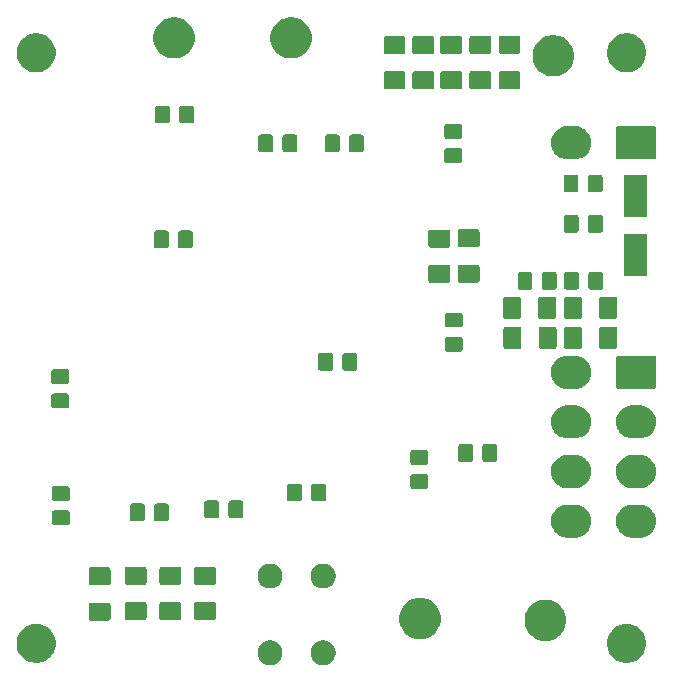
<source format=gbr>
G04 #@! TF.GenerationSoftware,KiCad,Pcbnew,(5.1.0)-1*
G04 #@! TF.CreationDate,2019-10-16T14:10:11+11:00*
G04 #@! TF.ProjectId,APPS,41505053-2e6b-4696-9361-645f70636258,rev?*
G04 #@! TF.SameCoordinates,Original*
G04 #@! TF.FileFunction,Soldermask,Bot*
G04 #@! TF.FilePolarity,Negative*
%FSLAX46Y46*%
G04 Gerber Fmt 4.6, Leading zero omitted, Abs format (unit mm)*
G04 Created by KiCad (PCBNEW (5.1.0)-1) date 2019-10-16 14:10:11*
%MOMM*%
%LPD*%
G04 APERTURE LIST*
%ADD10C,0.100000*%
G04 APERTURE END LIST*
D10*
G36*
X130409564Y-111511389D02*
G01*
X130525451Y-111559391D01*
X130600835Y-111590616D01*
X130772973Y-111705635D01*
X130919365Y-111852027D01*
X131034385Y-112024167D01*
X131113611Y-112215436D01*
X131154000Y-112418484D01*
X131154000Y-112625516D01*
X131113611Y-112828564D01*
X131040771Y-113004415D01*
X131034384Y-113019835D01*
X130919365Y-113191973D01*
X130772973Y-113338365D01*
X130600835Y-113453384D01*
X130600834Y-113453385D01*
X130600833Y-113453385D01*
X130409564Y-113532611D01*
X130206516Y-113573000D01*
X129999484Y-113573000D01*
X129796436Y-113532611D01*
X129605167Y-113453385D01*
X129605166Y-113453385D01*
X129605165Y-113453384D01*
X129433027Y-113338365D01*
X129286635Y-113191973D01*
X129171616Y-113019835D01*
X129165229Y-113004415D01*
X129092389Y-112828564D01*
X129052000Y-112625516D01*
X129052000Y-112418484D01*
X129092389Y-112215436D01*
X129171615Y-112024167D01*
X129286635Y-111852027D01*
X129433027Y-111705635D01*
X129605165Y-111590616D01*
X129680549Y-111559391D01*
X129796436Y-111511389D01*
X129999484Y-111471000D01*
X130206516Y-111471000D01*
X130409564Y-111511389D01*
X130409564Y-111511389D01*
G37*
G36*
X125909564Y-111511389D02*
G01*
X126025451Y-111559391D01*
X126100835Y-111590616D01*
X126272973Y-111705635D01*
X126419365Y-111852027D01*
X126534385Y-112024167D01*
X126613611Y-112215436D01*
X126654000Y-112418484D01*
X126654000Y-112625516D01*
X126613611Y-112828564D01*
X126540771Y-113004415D01*
X126534384Y-113019835D01*
X126419365Y-113191973D01*
X126272973Y-113338365D01*
X126100835Y-113453384D01*
X126100834Y-113453385D01*
X126100833Y-113453385D01*
X125909564Y-113532611D01*
X125706516Y-113573000D01*
X125499484Y-113573000D01*
X125296436Y-113532611D01*
X125105167Y-113453385D01*
X125105166Y-113453385D01*
X125105165Y-113453384D01*
X124933027Y-113338365D01*
X124786635Y-113191973D01*
X124671616Y-113019835D01*
X124665229Y-113004415D01*
X124592389Y-112828564D01*
X124552000Y-112625516D01*
X124552000Y-112418484D01*
X124592389Y-112215436D01*
X124671615Y-112024167D01*
X124786635Y-111852027D01*
X124933027Y-111705635D01*
X125105165Y-111590616D01*
X125180549Y-111559391D01*
X125296436Y-111511389D01*
X125499484Y-111471000D01*
X125706516Y-111471000D01*
X125909564Y-111511389D01*
X125909564Y-111511389D01*
G37*
G36*
X156178856Y-110113298D02*
G01*
X156285179Y-110134447D01*
X156585642Y-110258903D01*
X156856051Y-110439585D01*
X157086015Y-110669549D01*
X157266697Y-110939958D01*
X157391153Y-111240421D01*
X157454600Y-111559391D01*
X157454600Y-111884609D01*
X157391153Y-112203579D01*
X157303150Y-112416037D01*
X157302136Y-112418486D01*
X157266697Y-112504042D01*
X157086015Y-112774451D01*
X156856051Y-113004415D01*
X156585642Y-113185097D01*
X156285179Y-113309553D01*
X156178856Y-113330702D01*
X155966211Y-113373000D01*
X155640989Y-113373000D01*
X155428344Y-113330702D01*
X155322021Y-113309553D01*
X155021558Y-113185097D01*
X154751149Y-113004415D01*
X154521185Y-112774451D01*
X154340503Y-112504042D01*
X154305065Y-112418486D01*
X154304050Y-112416037D01*
X154216047Y-112203579D01*
X154152600Y-111884609D01*
X154152600Y-111559391D01*
X154216047Y-111240421D01*
X154340503Y-110939958D01*
X154521185Y-110669549D01*
X154751149Y-110439585D01*
X155021558Y-110258903D01*
X155322021Y-110134447D01*
X155428344Y-110113298D01*
X155640989Y-110071000D01*
X155966211Y-110071000D01*
X156178856Y-110113298D01*
X156178856Y-110113298D01*
G37*
G36*
X106178856Y-110113298D02*
G01*
X106285179Y-110134447D01*
X106585642Y-110258903D01*
X106856051Y-110439585D01*
X107086015Y-110669549D01*
X107266697Y-110939958D01*
X107391153Y-111240421D01*
X107454600Y-111559391D01*
X107454600Y-111884609D01*
X107391153Y-112203579D01*
X107303150Y-112416037D01*
X107302136Y-112418486D01*
X107266697Y-112504042D01*
X107086015Y-112774451D01*
X106856051Y-113004415D01*
X106585642Y-113185097D01*
X106285179Y-113309553D01*
X106178856Y-113330702D01*
X105966211Y-113373000D01*
X105640989Y-113373000D01*
X105428344Y-113330702D01*
X105322021Y-113309553D01*
X105021558Y-113185097D01*
X104751149Y-113004415D01*
X104521185Y-112774451D01*
X104340503Y-112504042D01*
X104305065Y-112418486D01*
X104304050Y-112416037D01*
X104216047Y-112203579D01*
X104152600Y-111884609D01*
X104152600Y-111559391D01*
X104216047Y-111240421D01*
X104340503Y-110939958D01*
X104521185Y-110669549D01*
X104751149Y-110439585D01*
X105021558Y-110258903D01*
X105322021Y-110134447D01*
X105428344Y-110113298D01*
X105640989Y-110071000D01*
X105966211Y-110071000D01*
X106178856Y-110113298D01*
X106178856Y-110113298D01*
G37*
G36*
X149318185Y-108072660D02*
G01*
X149430948Y-108095090D01*
X149562941Y-108149763D01*
X149749608Y-108227083D01*
X150036396Y-108418709D01*
X150280291Y-108662604D01*
X150471917Y-108949392D01*
X150603910Y-109268053D01*
X150671200Y-109606340D01*
X150671200Y-109951260D01*
X150603910Y-110289547D01*
X150471917Y-110608208D01*
X150280291Y-110894996D01*
X150036396Y-111138891D01*
X149749608Y-111330517D01*
X149562941Y-111407837D01*
X149430948Y-111462510D01*
X149318185Y-111484940D01*
X149092660Y-111529800D01*
X148747740Y-111529800D01*
X148522215Y-111484940D01*
X148409452Y-111462510D01*
X148277459Y-111407837D01*
X148090792Y-111330517D01*
X147804004Y-111138891D01*
X147560109Y-110894996D01*
X147368483Y-110608208D01*
X147236490Y-110289547D01*
X147169200Y-109951260D01*
X147169200Y-109606340D01*
X147236490Y-109268053D01*
X147368483Y-108949392D01*
X147560109Y-108662604D01*
X147804004Y-108418709D01*
X148090792Y-108227083D01*
X148277459Y-108149763D01*
X148409452Y-108095090D01*
X148522215Y-108072660D01*
X148747740Y-108027800D01*
X149092660Y-108027800D01*
X149318185Y-108072660D01*
X149318185Y-108072660D01*
G37*
G36*
X138700985Y-107920260D02*
G01*
X138813748Y-107942690D01*
X138945741Y-107997363D01*
X139132408Y-108074683D01*
X139419196Y-108266309D01*
X139663091Y-108510204D01*
X139854717Y-108796992D01*
X139986710Y-109115653D01*
X140054000Y-109453940D01*
X140054000Y-109798860D01*
X139986710Y-110137147D01*
X139854717Y-110455808D01*
X139663091Y-110742596D01*
X139419196Y-110986491D01*
X139132408Y-111178117D01*
X138945741Y-111255437D01*
X138813748Y-111310110D01*
X138711160Y-111330516D01*
X138475460Y-111377400D01*
X138130540Y-111377400D01*
X137894840Y-111330516D01*
X137792252Y-111310110D01*
X137660259Y-111255437D01*
X137473592Y-111178117D01*
X137186804Y-110986491D01*
X136942909Y-110742596D01*
X136751283Y-110455808D01*
X136619290Y-110137147D01*
X136552000Y-109798860D01*
X136552000Y-109453940D01*
X136619290Y-109115653D01*
X136751283Y-108796992D01*
X136942909Y-108510204D01*
X137186804Y-108266309D01*
X137473592Y-108074683D01*
X137660259Y-107997363D01*
X137792252Y-107942690D01*
X137905015Y-107920260D01*
X138130540Y-107875400D01*
X138475460Y-107875400D01*
X138700985Y-107920260D01*
X138700985Y-107920260D01*
G37*
G36*
X111951362Y-108271781D02*
G01*
X111986281Y-108282374D01*
X112018463Y-108299576D01*
X112046673Y-108322727D01*
X112069824Y-108350937D01*
X112087026Y-108383119D01*
X112097619Y-108418038D01*
X112101800Y-108460495D01*
X112101800Y-109601705D01*
X112097619Y-109644162D01*
X112087026Y-109679081D01*
X112069824Y-109711263D01*
X112046673Y-109739473D01*
X112018463Y-109762624D01*
X111986281Y-109779826D01*
X111951362Y-109790419D01*
X111908905Y-109794600D01*
X110442695Y-109794600D01*
X110400238Y-109790419D01*
X110365319Y-109779826D01*
X110333137Y-109762624D01*
X110304927Y-109739473D01*
X110281776Y-109711263D01*
X110264574Y-109679081D01*
X110253981Y-109644162D01*
X110249800Y-109601705D01*
X110249800Y-108460495D01*
X110253981Y-108418038D01*
X110264574Y-108383119D01*
X110281776Y-108350937D01*
X110304927Y-108322727D01*
X110333137Y-108299576D01*
X110365319Y-108282374D01*
X110400238Y-108271781D01*
X110442695Y-108267600D01*
X111908905Y-108267600D01*
X111951362Y-108271781D01*
X111951362Y-108271781D01*
G37*
G36*
X114999362Y-108220981D02*
G01*
X115034281Y-108231574D01*
X115066463Y-108248776D01*
X115094673Y-108271927D01*
X115117824Y-108300137D01*
X115135026Y-108332319D01*
X115145619Y-108367238D01*
X115149800Y-108409695D01*
X115149800Y-109550905D01*
X115145619Y-109593362D01*
X115135026Y-109628281D01*
X115117824Y-109660463D01*
X115094673Y-109688673D01*
X115066463Y-109711824D01*
X115034281Y-109729026D01*
X114999362Y-109739619D01*
X114956905Y-109743800D01*
X113490695Y-109743800D01*
X113448238Y-109739619D01*
X113413319Y-109729026D01*
X113381137Y-109711824D01*
X113352927Y-109688673D01*
X113329776Y-109660463D01*
X113312574Y-109628281D01*
X113301981Y-109593362D01*
X113297800Y-109550905D01*
X113297800Y-108409695D01*
X113301981Y-108367238D01*
X113312574Y-108332319D01*
X113329776Y-108300137D01*
X113352927Y-108271927D01*
X113381137Y-108248776D01*
X113413319Y-108231574D01*
X113448238Y-108220981D01*
X113490695Y-108216800D01*
X114956905Y-108216800D01*
X114999362Y-108220981D01*
X114999362Y-108220981D01*
G37*
G36*
X117945762Y-108220981D02*
G01*
X117980681Y-108231574D01*
X118012863Y-108248776D01*
X118041073Y-108271927D01*
X118064224Y-108300137D01*
X118081426Y-108332319D01*
X118092019Y-108367238D01*
X118096200Y-108409695D01*
X118096200Y-109550905D01*
X118092019Y-109593362D01*
X118081426Y-109628281D01*
X118064224Y-109660463D01*
X118041073Y-109688673D01*
X118012863Y-109711824D01*
X117980681Y-109729026D01*
X117945762Y-109739619D01*
X117903305Y-109743800D01*
X116437095Y-109743800D01*
X116394638Y-109739619D01*
X116359719Y-109729026D01*
X116327537Y-109711824D01*
X116299327Y-109688673D01*
X116276176Y-109660463D01*
X116258974Y-109628281D01*
X116248381Y-109593362D01*
X116244200Y-109550905D01*
X116244200Y-108409695D01*
X116248381Y-108367238D01*
X116258974Y-108332319D01*
X116276176Y-108300137D01*
X116299327Y-108271927D01*
X116327537Y-108248776D01*
X116359719Y-108231574D01*
X116394638Y-108220981D01*
X116437095Y-108216800D01*
X117903305Y-108216800D01*
X117945762Y-108220981D01*
X117945762Y-108220981D01*
G37*
G36*
X120892162Y-108220981D02*
G01*
X120927081Y-108231574D01*
X120959263Y-108248776D01*
X120987473Y-108271927D01*
X121010624Y-108300137D01*
X121027826Y-108332319D01*
X121038419Y-108367238D01*
X121042600Y-108409695D01*
X121042600Y-109550905D01*
X121038419Y-109593362D01*
X121027826Y-109628281D01*
X121010624Y-109660463D01*
X120987473Y-109688673D01*
X120959263Y-109711824D01*
X120927081Y-109729026D01*
X120892162Y-109739619D01*
X120849705Y-109743800D01*
X119383495Y-109743800D01*
X119341038Y-109739619D01*
X119306119Y-109729026D01*
X119273937Y-109711824D01*
X119245727Y-109688673D01*
X119222576Y-109660463D01*
X119205374Y-109628281D01*
X119194781Y-109593362D01*
X119190600Y-109550905D01*
X119190600Y-108409695D01*
X119194781Y-108367238D01*
X119205374Y-108332319D01*
X119222576Y-108300137D01*
X119245727Y-108271927D01*
X119273937Y-108248776D01*
X119306119Y-108231574D01*
X119341038Y-108220981D01*
X119383495Y-108216800D01*
X120849705Y-108216800D01*
X120892162Y-108220981D01*
X120892162Y-108220981D01*
G37*
G36*
X125909564Y-105011389D02*
G01*
X126100833Y-105090615D01*
X126100835Y-105090616D01*
X126272973Y-105205635D01*
X126419365Y-105352027D01*
X126508546Y-105485495D01*
X126534385Y-105524167D01*
X126613611Y-105715436D01*
X126654000Y-105918484D01*
X126654000Y-106125516D01*
X126613611Y-106328564D01*
X126542225Y-106500905D01*
X126534384Y-106519835D01*
X126419365Y-106691973D01*
X126272973Y-106838365D01*
X126100835Y-106953384D01*
X126100834Y-106953385D01*
X126100833Y-106953385D01*
X125909564Y-107032611D01*
X125706516Y-107073000D01*
X125499484Y-107073000D01*
X125296436Y-107032611D01*
X125105167Y-106953385D01*
X125105166Y-106953385D01*
X125105165Y-106953384D01*
X124933027Y-106838365D01*
X124786635Y-106691973D01*
X124671616Y-106519835D01*
X124663775Y-106500905D01*
X124592389Y-106328564D01*
X124552000Y-106125516D01*
X124552000Y-105918484D01*
X124592389Y-105715436D01*
X124671615Y-105524167D01*
X124697455Y-105485495D01*
X124786635Y-105352027D01*
X124933027Y-105205635D01*
X125105165Y-105090616D01*
X125105167Y-105090615D01*
X125296436Y-105011389D01*
X125499484Y-104971000D01*
X125706516Y-104971000D01*
X125909564Y-105011389D01*
X125909564Y-105011389D01*
G37*
G36*
X130409564Y-105011389D02*
G01*
X130600833Y-105090615D01*
X130600835Y-105090616D01*
X130772973Y-105205635D01*
X130919365Y-105352027D01*
X131008546Y-105485495D01*
X131034385Y-105524167D01*
X131113611Y-105715436D01*
X131154000Y-105918484D01*
X131154000Y-106125516D01*
X131113611Y-106328564D01*
X131042225Y-106500905D01*
X131034384Y-106519835D01*
X130919365Y-106691973D01*
X130772973Y-106838365D01*
X130600835Y-106953384D01*
X130600834Y-106953385D01*
X130600833Y-106953385D01*
X130409564Y-107032611D01*
X130206516Y-107073000D01*
X129999484Y-107073000D01*
X129796436Y-107032611D01*
X129605167Y-106953385D01*
X129605166Y-106953385D01*
X129605165Y-106953384D01*
X129433027Y-106838365D01*
X129286635Y-106691973D01*
X129171616Y-106519835D01*
X129163775Y-106500905D01*
X129092389Y-106328564D01*
X129052000Y-106125516D01*
X129052000Y-105918484D01*
X129092389Y-105715436D01*
X129171615Y-105524167D01*
X129197455Y-105485495D01*
X129286635Y-105352027D01*
X129433027Y-105205635D01*
X129605165Y-105090616D01*
X129605167Y-105090615D01*
X129796436Y-105011389D01*
X129999484Y-104971000D01*
X130206516Y-104971000D01*
X130409564Y-105011389D01*
X130409564Y-105011389D01*
G37*
G36*
X111951362Y-105296781D02*
G01*
X111986281Y-105307374D01*
X112018463Y-105324576D01*
X112046673Y-105347727D01*
X112069824Y-105375937D01*
X112087026Y-105408119D01*
X112097619Y-105443038D01*
X112101800Y-105485495D01*
X112101800Y-106626705D01*
X112097619Y-106669162D01*
X112087026Y-106704081D01*
X112069824Y-106736263D01*
X112046673Y-106764473D01*
X112018463Y-106787624D01*
X111986281Y-106804826D01*
X111951362Y-106815419D01*
X111908905Y-106819600D01*
X110442695Y-106819600D01*
X110400238Y-106815419D01*
X110365319Y-106804826D01*
X110333137Y-106787624D01*
X110304927Y-106764473D01*
X110281776Y-106736263D01*
X110264574Y-106704081D01*
X110253981Y-106669162D01*
X110249800Y-106626705D01*
X110249800Y-105485495D01*
X110253981Y-105443038D01*
X110264574Y-105408119D01*
X110281776Y-105375937D01*
X110304927Y-105347727D01*
X110333137Y-105324576D01*
X110365319Y-105307374D01*
X110400238Y-105296781D01*
X110442695Y-105292600D01*
X111908905Y-105292600D01*
X111951362Y-105296781D01*
X111951362Y-105296781D01*
G37*
G36*
X117945762Y-105245981D02*
G01*
X117980681Y-105256574D01*
X118012863Y-105273776D01*
X118041073Y-105296927D01*
X118064224Y-105325137D01*
X118081426Y-105357319D01*
X118092019Y-105392238D01*
X118096200Y-105434695D01*
X118096200Y-106575905D01*
X118092019Y-106618362D01*
X118081426Y-106653281D01*
X118064224Y-106685463D01*
X118041073Y-106713673D01*
X118012863Y-106736824D01*
X117980681Y-106754026D01*
X117945762Y-106764619D01*
X117903305Y-106768800D01*
X116437095Y-106768800D01*
X116394638Y-106764619D01*
X116359719Y-106754026D01*
X116327537Y-106736824D01*
X116299327Y-106713673D01*
X116276176Y-106685463D01*
X116258974Y-106653281D01*
X116248381Y-106618362D01*
X116244200Y-106575905D01*
X116244200Y-105434695D01*
X116248381Y-105392238D01*
X116258974Y-105357319D01*
X116276176Y-105325137D01*
X116299327Y-105296927D01*
X116327537Y-105273776D01*
X116359719Y-105256574D01*
X116394638Y-105245981D01*
X116437095Y-105241800D01*
X117903305Y-105241800D01*
X117945762Y-105245981D01*
X117945762Y-105245981D01*
G37*
G36*
X114999362Y-105245981D02*
G01*
X115034281Y-105256574D01*
X115066463Y-105273776D01*
X115094673Y-105296927D01*
X115117824Y-105325137D01*
X115135026Y-105357319D01*
X115145619Y-105392238D01*
X115149800Y-105434695D01*
X115149800Y-106575905D01*
X115145619Y-106618362D01*
X115135026Y-106653281D01*
X115117824Y-106685463D01*
X115094673Y-106713673D01*
X115066463Y-106736824D01*
X115034281Y-106754026D01*
X114999362Y-106764619D01*
X114956905Y-106768800D01*
X113490695Y-106768800D01*
X113448238Y-106764619D01*
X113413319Y-106754026D01*
X113381137Y-106736824D01*
X113352927Y-106713673D01*
X113329776Y-106685463D01*
X113312574Y-106653281D01*
X113301981Y-106618362D01*
X113297800Y-106575905D01*
X113297800Y-105434695D01*
X113301981Y-105392238D01*
X113312574Y-105357319D01*
X113329776Y-105325137D01*
X113352927Y-105296927D01*
X113381137Y-105273776D01*
X113413319Y-105256574D01*
X113448238Y-105245981D01*
X113490695Y-105241800D01*
X114956905Y-105241800D01*
X114999362Y-105245981D01*
X114999362Y-105245981D01*
G37*
G36*
X120892162Y-105245981D02*
G01*
X120927081Y-105256574D01*
X120959263Y-105273776D01*
X120987473Y-105296927D01*
X121010624Y-105325137D01*
X121027826Y-105357319D01*
X121038419Y-105392238D01*
X121042600Y-105434695D01*
X121042600Y-106575905D01*
X121038419Y-106618362D01*
X121027826Y-106653281D01*
X121010624Y-106685463D01*
X120987473Y-106713673D01*
X120959263Y-106736824D01*
X120927081Y-106754026D01*
X120892162Y-106764619D01*
X120849705Y-106768800D01*
X119383495Y-106768800D01*
X119341038Y-106764619D01*
X119306119Y-106754026D01*
X119273937Y-106736824D01*
X119245727Y-106713673D01*
X119222576Y-106685463D01*
X119205374Y-106653281D01*
X119194781Y-106618362D01*
X119190600Y-106575905D01*
X119190600Y-105434695D01*
X119194781Y-105392238D01*
X119205374Y-105357319D01*
X119222576Y-105325137D01*
X119245727Y-105296927D01*
X119273937Y-105273776D01*
X119306119Y-105256574D01*
X119341038Y-105245981D01*
X119383495Y-105241800D01*
X120849705Y-105241800D01*
X120892162Y-105245981D01*
X120892162Y-105245981D01*
G37*
G36*
X151575331Y-99982136D02*
G01*
X151678244Y-99992272D01*
X151855776Y-100046126D01*
X151942337Y-100072384D01*
X152171802Y-100195036D01*
X152185720Y-100202475D01*
X152241291Y-100248082D01*
X152399050Y-100377550D01*
X152484686Y-100481899D01*
X152574125Y-100590880D01*
X152574126Y-100590882D01*
X152704216Y-100834263D01*
X152704217Y-100834267D01*
X152784328Y-101098356D01*
X152811378Y-101373000D01*
X152784328Y-101647644D01*
X152725062Y-101843017D01*
X152704216Y-101911737D01*
X152581564Y-102141202D01*
X152574125Y-102155120D01*
X152528518Y-102210691D01*
X152399050Y-102368450D01*
X152241291Y-102497918D01*
X152185720Y-102543525D01*
X152185718Y-102543526D01*
X151942337Y-102673616D01*
X151873617Y-102694462D01*
X151678244Y-102753728D01*
X151575331Y-102763864D01*
X151472420Y-102774000D01*
X150734780Y-102774000D01*
X150631869Y-102763864D01*
X150528956Y-102753728D01*
X150333583Y-102694462D01*
X150264863Y-102673616D01*
X150021482Y-102543526D01*
X150021480Y-102543525D01*
X149965909Y-102497918D01*
X149808150Y-102368450D01*
X149678682Y-102210691D01*
X149633075Y-102155120D01*
X149625636Y-102141202D01*
X149502984Y-101911737D01*
X149482138Y-101843017D01*
X149422872Y-101647644D01*
X149395822Y-101373000D01*
X149422872Y-101098356D01*
X149502983Y-100834267D01*
X149502984Y-100834263D01*
X149633074Y-100590882D01*
X149633075Y-100590880D01*
X149722514Y-100481899D01*
X149808150Y-100377550D01*
X149965909Y-100248082D01*
X150021480Y-100202475D01*
X150035398Y-100195036D01*
X150264863Y-100072384D01*
X150351424Y-100046126D01*
X150528956Y-99992272D01*
X150631869Y-99982136D01*
X150734780Y-99972000D01*
X151472420Y-99972000D01*
X151575331Y-99982136D01*
X151575331Y-99982136D01*
G37*
G36*
X157075331Y-99982136D02*
G01*
X157178244Y-99992272D01*
X157355776Y-100046126D01*
X157442337Y-100072384D01*
X157671802Y-100195036D01*
X157685720Y-100202475D01*
X157741291Y-100248082D01*
X157899050Y-100377550D01*
X157984686Y-100481899D01*
X158074125Y-100590880D01*
X158074126Y-100590882D01*
X158204216Y-100834263D01*
X158204217Y-100834267D01*
X158284328Y-101098356D01*
X158311378Y-101373000D01*
X158284328Y-101647644D01*
X158225062Y-101843017D01*
X158204216Y-101911737D01*
X158081564Y-102141202D01*
X158074125Y-102155120D01*
X158028518Y-102210691D01*
X157899050Y-102368450D01*
X157741291Y-102497918D01*
X157685720Y-102543525D01*
X157685718Y-102543526D01*
X157442337Y-102673616D01*
X157373617Y-102694462D01*
X157178244Y-102753728D01*
X157075331Y-102763864D01*
X156972420Y-102774000D01*
X156234780Y-102774000D01*
X156131869Y-102763864D01*
X156028956Y-102753728D01*
X155833583Y-102694462D01*
X155764863Y-102673616D01*
X155521482Y-102543526D01*
X155521480Y-102543525D01*
X155465909Y-102497918D01*
X155308150Y-102368450D01*
X155178682Y-102210691D01*
X155133075Y-102155120D01*
X155125636Y-102141202D01*
X155002984Y-101911737D01*
X154982138Y-101843017D01*
X154922872Y-101647644D01*
X154895822Y-101373000D01*
X154922872Y-101098356D01*
X155002983Y-100834267D01*
X155002984Y-100834263D01*
X155133074Y-100590882D01*
X155133075Y-100590880D01*
X155222514Y-100481899D01*
X155308150Y-100377550D01*
X155465909Y-100248082D01*
X155521480Y-100202475D01*
X155535398Y-100195036D01*
X155764863Y-100072384D01*
X155851424Y-100046126D01*
X156028956Y-99992272D01*
X156131869Y-99982136D01*
X156234780Y-99972000D01*
X156972420Y-99972000D01*
X157075331Y-99982136D01*
X157075331Y-99982136D01*
G37*
G36*
X108487874Y-100470465D02*
G01*
X108525567Y-100481899D01*
X108560303Y-100500466D01*
X108590748Y-100525452D01*
X108615734Y-100555897D01*
X108634301Y-100590633D01*
X108645735Y-100628326D01*
X108650200Y-100673661D01*
X108650200Y-101510339D01*
X108645735Y-101555674D01*
X108634301Y-101593367D01*
X108615734Y-101628103D01*
X108590748Y-101658548D01*
X108560303Y-101683534D01*
X108525567Y-101702101D01*
X108487874Y-101713535D01*
X108442539Y-101718000D01*
X107355861Y-101718000D01*
X107310526Y-101713535D01*
X107272833Y-101702101D01*
X107238097Y-101683534D01*
X107207652Y-101658548D01*
X107182666Y-101628103D01*
X107164099Y-101593367D01*
X107152665Y-101555674D01*
X107148200Y-101510339D01*
X107148200Y-100673661D01*
X107152665Y-100628326D01*
X107164099Y-100590633D01*
X107182666Y-100555897D01*
X107207652Y-100525452D01*
X107238097Y-100500466D01*
X107272833Y-100481899D01*
X107310526Y-100470465D01*
X107355861Y-100466000D01*
X108442539Y-100466000D01*
X108487874Y-100470465D01*
X108487874Y-100470465D01*
G37*
G36*
X116880874Y-99888265D02*
G01*
X116918567Y-99899699D01*
X116953303Y-99918266D01*
X116983748Y-99943252D01*
X117008734Y-99973697D01*
X117027301Y-100008433D01*
X117038735Y-100046126D01*
X117043200Y-100091461D01*
X117043200Y-101178139D01*
X117038735Y-101223474D01*
X117027301Y-101261167D01*
X117008734Y-101295903D01*
X116983748Y-101326348D01*
X116953303Y-101351334D01*
X116918567Y-101369901D01*
X116880874Y-101381335D01*
X116835539Y-101385800D01*
X115998861Y-101385800D01*
X115953526Y-101381335D01*
X115915833Y-101369901D01*
X115881097Y-101351334D01*
X115850652Y-101326348D01*
X115825666Y-101295903D01*
X115807099Y-101261167D01*
X115795665Y-101223474D01*
X115791200Y-101178139D01*
X115791200Y-100091461D01*
X115795665Y-100046126D01*
X115807099Y-100008433D01*
X115825666Y-99973697D01*
X115850652Y-99943252D01*
X115881097Y-99918266D01*
X115915833Y-99899699D01*
X115953526Y-99888265D01*
X115998861Y-99883800D01*
X116835539Y-99883800D01*
X116880874Y-99888265D01*
X116880874Y-99888265D01*
G37*
G36*
X114830874Y-99888265D02*
G01*
X114868567Y-99899699D01*
X114903303Y-99918266D01*
X114933748Y-99943252D01*
X114958734Y-99973697D01*
X114977301Y-100008433D01*
X114988735Y-100046126D01*
X114993200Y-100091461D01*
X114993200Y-101178139D01*
X114988735Y-101223474D01*
X114977301Y-101261167D01*
X114958734Y-101295903D01*
X114933748Y-101326348D01*
X114903303Y-101351334D01*
X114868567Y-101369901D01*
X114830874Y-101381335D01*
X114785539Y-101385800D01*
X113948861Y-101385800D01*
X113903526Y-101381335D01*
X113865833Y-101369901D01*
X113831097Y-101351334D01*
X113800652Y-101326348D01*
X113775666Y-101295903D01*
X113757099Y-101261167D01*
X113745665Y-101223474D01*
X113741200Y-101178139D01*
X113741200Y-100091461D01*
X113745665Y-100046126D01*
X113757099Y-100008433D01*
X113775666Y-99973697D01*
X113800652Y-99943252D01*
X113831097Y-99918266D01*
X113865833Y-99899699D01*
X113903526Y-99888265D01*
X113948861Y-99883800D01*
X114785539Y-99883800D01*
X114830874Y-99888265D01*
X114830874Y-99888265D01*
G37*
G36*
X121130074Y-99634265D02*
G01*
X121167767Y-99645699D01*
X121202503Y-99664266D01*
X121232948Y-99689252D01*
X121257934Y-99719697D01*
X121276501Y-99754433D01*
X121287935Y-99792126D01*
X121292400Y-99837461D01*
X121292400Y-100924139D01*
X121287935Y-100969474D01*
X121276501Y-101007167D01*
X121257934Y-101041903D01*
X121232948Y-101072348D01*
X121202503Y-101097334D01*
X121167767Y-101115901D01*
X121130074Y-101127335D01*
X121084739Y-101131800D01*
X120248061Y-101131800D01*
X120202726Y-101127335D01*
X120165033Y-101115901D01*
X120130297Y-101097334D01*
X120099852Y-101072348D01*
X120074866Y-101041903D01*
X120056299Y-101007167D01*
X120044865Y-100969474D01*
X120040400Y-100924139D01*
X120040400Y-99837461D01*
X120044865Y-99792126D01*
X120056299Y-99754433D01*
X120074866Y-99719697D01*
X120099852Y-99689252D01*
X120130297Y-99664266D01*
X120165033Y-99645699D01*
X120202726Y-99634265D01*
X120248061Y-99629800D01*
X121084739Y-99629800D01*
X121130074Y-99634265D01*
X121130074Y-99634265D01*
G37*
G36*
X123180074Y-99634265D02*
G01*
X123217767Y-99645699D01*
X123252503Y-99664266D01*
X123282948Y-99689252D01*
X123307934Y-99719697D01*
X123326501Y-99754433D01*
X123337935Y-99792126D01*
X123342400Y-99837461D01*
X123342400Y-100924139D01*
X123337935Y-100969474D01*
X123326501Y-101007167D01*
X123307934Y-101041903D01*
X123282948Y-101072348D01*
X123252503Y-101097334D01*
X123217767Y-101115901D01*
X123180074Y-101127335D01*
X123134739Y-101131800D01*
X122298061Y-101131800D01*
X122252726Y-101127335D01*
X122215033Y-101115901D01*
X122180297Y-101097334D01*
X122149852Y-101072348D01*
X122124866Y-101041903D01*
X122106299Y-101007167D01*
X122094865Y-100969474D01*
X122090400Y-100924139D01*
X122090400Y-99837461D01*
X122094865Y-99792126D01*
X122106299Y-99754433D01*
X122124866Y-99719697D01*
X122149852Y-99689252D01*
X122180297Y-99664266D01*
X122215033Y-99645699D01*
X122252726Y-99634265D01*
X122298061Y-99629800D01*
X123134739Y-99629800D01*
X123180074Y-99634265D01*
X123180074Y-99634265D01*
G37*
G36*
X130190474Y-98211865D02*
G01*
X130228167Y-98223299D01*
X130262903Y-98241866D01*
X130293348Y-98266852D01*
X130318334Y-98297297D01*
X130336901Y-98332033D01*
X130348335Y-98369726D01*
X130352800Y-98415061D01*
X130352800Y-99501739D01*
X130348335Y-99547074D01*
X130336901Y-99584767D01*
X130318334Y-99619503D01*
X130293348Y-99649948D01*
X130262903Y-99674934D01*
X130228167Y-99693501D01*
X130190474Y-99704935D01*
X130145139Y-99709400D01*
X129308461Y-99709400D01*
X129263126Y-99704935D01*
X129225433Y-99693501D01*
X129190697Y-99674934D01*
X129160252Y-99649948D01*
X129135266Y-99619503D01*
X129116699Y-99584767D01*
X129105265Y-99547074D01*
X129100800Y-99501739D01*
X129100800Y-98415061D01*
X129105265Y-98369726D01*
X129116699Y-98332033D01*
X129135266Y-98297297D01*
X129160252Y-98266852D01*
X129190697Y-98241866D01*
X129225433Y-98223299D01*
X129263126Y-98211865D01*
X129308461Y-98207400D01*
X130145139Y-98207400D01*
X130190474Y-98211865D01*
X130190474Y-98211865D01*
G37*
G36*
X128140474Y-98211865D02*
G01*
X128178167Y-98223299D01*
X128212903Y-98241866D01*
X128243348Y-98266852D01*
X128268334Y-98297297D01*
X128286901Y-98332033D01*
X128298335Y-98369726D01*
X128302800Y-98415061D01*
X128302800Y-99501739D01*
X128298335Y-99547074D01*
X128286901Y-99584767D01*
X128268334Y-99619503D01*
X128243348Y-99649948D01*
X128212903Y-99674934D01*
X128178167Y-99693501D01*
X128140474Y-99704935D01*
X128095139Y-99709400D01*
X127258461Y-99709400D01*
X127213126Y-99704935D01*
X127175433Y-99693501D01*
X127140697Y-99674934D01*
X127110252Y-99649948D01*
X127085266Y-99619503D01*
X127066699Y-99584767D01*
X127055265Y-99547074D01*
X127050800Y-99501739D01*
X127050800Y-98415061D01*
X127055265Y-98369726D01*
X127066699Y-98332033D01*
X127085266Y-98297297D01*
X127110252Y-98266852D01*
X127140697Y-98241866D01*
X127175433Y-98223299D01*
X127213126Y-98211865D01*
X127258461Y-98207400D01*
X128095139Y-98207400D01*
X128140474Y-98211865D01*
X128140474Y-98211865D01*
G37*
G36*
X108487874Y-98420465D02*
G01*
X108525567Y-98431899D01*
X108560303Y-98450466D01*
X108590748Y-98475452D01*
X108615734Y-98505897D01*
X108634301Y-98540633D01*
X108645735Y-98578326D01*
X108650200Y-98623661D01*
X108650200Y-99460339D01*
X108645735Y-99505674D01*
X108634301Y-99543367D01*
X108615734Y-99578103D01*
X108590748Y-99608548D01*
X108560303Y-99633534D01*
X108525567Y-99652101D01*
X108487874Y-99663535D01*
X108442539Y-99668000D01*
X107355861Y-99668000D01*
X107310526Y-99663535D01*
X107272833Y-99652101D01*
X107238097Y-99633534D01*
X107207652Y-99608548D01*
X107182666Y-99578103D01*
X107164099Y-99543367D01*
X107152665Y-99505674D01*
X107148200Y-99460339D01*
X107148200Y-98623661D01*
X107152665Y-98578326D01*
X107164099Y-98540633D01*
X107182666Y-98505897D01*
X107207652Y-98475452D01*
X107238097Y-98450466D01*
X107272833Y-98431899D01*
X107310526Y-98420465D01*
X107355861Y-98416000D01*
X108442539Y-98416000D01*
X108487874Y-98420465D01*
X108487874Y-98420465D01*
G37*
G36*
X138828174Y-97406065D02*
G01*
X138865867Y-97417499D01*
X138900603Y-97436066D01*
X138931048Y-97461052D01*
X138956034Y-97491497D01*
X138974601Y-97526233D01*
X138986035Y-97563926D01*
X138990500Y-97609261D01*
X138990500Y-98445939D01*
X138986035Y-98491274D01*
X138974601Y-98528967D01*
X138956034Y-98563703D01*
X138931048Y-98594148D01*
X138900603Y-98619134D01*
X138865867Y-98637701D01*
X138828174Y-98649135D01*
X138782839Y-98653600D01*
X137696161Y-98653600D01*
X137650826Y-98649135D01*
X137613133Y-98637701D01*
X137578397Y-98619134D01*
X137547952Y-98594148D01*
X137522966Y-98563703D01*
X137504399Y-98528967D01*
X137492965Y-98491274D01*
X137488500Y-98445939D01*
X137488500Y-97609261D01*
X137492965Y-97563926D01*
X137504399Y-97526233D01*
X137522966Y-97491497D01*
X137547952Y-97461052D01*
X137578397Y-97436066D01*
X137613133Y-97417499D01*
X137650826Y-97406065D01*
X137696161Y-97401600D01*
X138782839Y-97401600D01*
X138828174Y-97406065D01*
X138828174Y-97406065D01*
G37*
G36*
X157075331Y-95782136D02*
G01*
X157178244Y-95792272D01*
X157373617Y-95851538D01*
X157442337Y-95872384D01*
X157671802Y-95995036D01*
X157685720Y-96002475D01*
X157741291Y-96048082D01*
X157899050Y-96177550D01*
X157980569Y-96276882D01*
X158074125Y-96390880D01*
X158074126Y-96390882D01*
X158204216Y-96634263D01*
X158204217Y-96634267D01*
X158284328Y-96898356D01*
X158311378Y-97173000D01*
X158284328Y-97447644D01*
X158235302Y-97609261D01*
X158204216Y-97711737D01*
X158081564Y-97941202D01*
X158074125Y-97955120D01*
X158028518Y-98010691D01*
X157899050Y-98168450D01*
X157779146Y-98266852D01*
X157685720Y-98343525D01*
X157685718Y-98343526D01*
X157442337Y-98473616D01*
X157436284Y-98475452D01*
X157178244Y-98553728D01*
X157076966Y-98563703D01*
X156972420Y-98574000D01*
X156234780Y-98574000D01*
X156130234Y-98563703D01*
X156028956Y-98553728D01*
X155770916Y-98475452D01*
X155764863Y-98473616D01*
X155521482Y-98343526D01*
X155521480Y-98343525D01*
X155428054Y-98266852D01*
X155308150Y-98168450D01*
X155178682Y-98010691D01*
X155133075Y-97955120D01*
X155125636Y-97941202D01*
X155002984Y-97711737D01*
X154971898Y-97609261D01*
X154922872Y-97447644D01*
X154895822Y-97173000D01*
X154922872Y-96898356D01*
X155002983Y-96634267D01*
X155002984Y-96634263D01*
X155133074Y-96390882D01*
X155133075Y-96390880D01*
X155226631Y-96276882D01*
X155308150Y-96177550D01*
X155465909Y-96048082D01*
X155521480Y-96002475D01*
X155535398Y-95995036D01*
X155764863Y-95872384D01*
X155833583Y-95851538D01*
X156028956Y-95792272D01*
X156131869Y-95782136D01*
X156234780Y-95772000D01*
X156972420Y-95772000D01*
X157075331Y-95782136D01*
X157075331Y-95782136D01*
G37*
G36*
X151575331Y-95782136D02*
G01*
X151678244Y-95792272D01*
X151873617Y-95851538D01*
X151942337Y-95872384D01*
X152171802Y-95995036D01*
X152185720Y-96002475D01*
X152241291Y-96048082D01*
X152399050Y-96177550D01*
X152480569Y-96276882D01*
X152574125Y-96390880D01*
X152574126Y-96390882D01*
X152704216Y-96634263D01*
X152704217Y-96634267D01*
X152784328Y-96898356D01*
X152811378Y-97173000D01*
X152784328Y-97447644D01*
X152735302Y-97609261D01*
X152704216Y-97711737D01*
X152581564Y-97941202D01*
X152574125Y-97955120D01*
X152528518Y-98010691D01*
X152399050Y-98168450D01*
X152279146Y-98266852D01*
X152185720Y-98343525D01*
X152185718Y-98343526D01*
X151942337Y-98473616D01*
X151936284Y-98475452D01*
X151678244Y-98553728D01*
X151576966Y-98563703D01*
X151472420Y-98574000D01*
X150734780Y-98574000D01*
X150630234Y-98563703D01*
X150528956Y-98553728D01*
X150270916Y-98475452D01*
X150264863Y-98473616D01*
X150021482Y-98343526D01*
X150021480Y-98343525D01*
X149928054Y-98266852D01*
X149808150Y-98168450D01*
X149678682Y-98010691D01*
X149633075Y-97955120D01*
X149625636Y-97941202D01*
X149502984Y-97711737D01*
X149471898Y-97609261D01*
X149422872Y-97447644D01*
X149395822Y-97173000D01*
X149422872Y-96898356D01*
X149502983Y-96634267D01*
X149502984Y-96634263D01*
X149633074Y-96390882D01*
X149633075Y-96390880D01*
X149726631Y-96276882D01*
X149808150Y-96177550D01*
X149965909Y-96048082D01*
X150021480Y-96002475D01*
X150035398Y-95995036D01*
X150264863Y-95872384D01*
X150333583Y-95851538D01*
X150528956Y-95792272D01*
X150631869Y-95782136D01*
X150734780Y-95772000D01*
X151472420Y-95772000D01*
X151575331Y-95782136D01*
X151575331Y-95782136D01*
G37*
G36*
X138828174Y-95356065D02*
G01*
X138865867Y-95367499D01*
X138900603Y-95386066D01*
X138931048Y-95411052D01*
X138956034Y-95441497D01*
X138974601Y-95476233D01*
X138986035Y-95513926D01*
X138990500Y-95559261D01*
X138990500Y-96395939D01*
X138986035Y-96441274D01*
X138974601Y-96478967D01*
X138956034Y-96513703D01*
X138931048Y-96544148D01*
X138900603Y-96569134D01*
X138865867Y-96587701D01*
X138828174Y-96599135D01*
X138782839Y-96603600D01*
X137696161Y-96603600D01*
X137650826Y-96599135D01*
X137613133Y-96587701D01*
X137578397Y-96569134D01*
X137547952Y-96544148D01*
X137522966Y-96513703D01*
X137504399Y-96478967D01*
X137492965Y-96441274D01*
X137488500Y-96395939D01*
X137488500Y-95559261D01*
X137492965Y-95513926D01*
X137504399Y-95476233D01*
X137522966Y-95441497D01*
X137547952Y-95411052D01*
X137578397Y-95386066D01*
X137613133Y-95367499D01*
X137650826Y-95356065D01*
X137696161Y-95351600D01*
X138782839Y-95351600D01*
X138828174Y-95356065D01*
X138828174Y-95356065D01*
G37*
G36*
X142631174Y-94859065D02*
G01*
X142668867Y-94870499D01*
X142703603Y-94889066D01*
X142734048Y-94914052D01*
X142759034Y-94944497D01*
X142777601Y-94979233D01*
X142789035Y-95016926D01*
X142793500Y-95062261D01*
X142793500Y-96148939D01*
X142789035Y-96194274D01*
X142777601Y-96231967D01*
X142759034Y-96266703D01*
X142734048Y-96297148D01*
X142703603Y-96322134D01*
X142668867Y-96340701D01*
X142631174Y-96352135D01*
X142585839Y-96356600D01*
X141749161Y-96356600D01*
X141703826Y-96352135D01*
X141666133Y-96340701D01*
X141631397Y-96322134D01*
X141600952Y-96297148D01*
X141575966Y-96266703D01*
X141557399Y-96231967D01*
X141545965Y-96194274D01*
X141541500Y-96148939D01*
X141541500Y-95062261D01*
X141545965Y-95016926D01*
X141557399Y-94979233D01*
X141575966Y-94944497D01*
X141600952Y-94914052D01*
X141631397Y-94889066D01*
X141666133Y-94870499D01*
X141703826Y-94859065D01*
X141749161Y-94854600D01*
X142585839Y-94854600D01*
X142631174Y-94859065D01*
X142631174Y-94859065D01*
G37*
G36*
X144681174Y-94859065D02*
G01*
X144718867Y-94870499D01*
X144753603Y-94889066D01*
X144784048Y-94914052D01*
X144809034Y-94944497D01*
X144827601Y-94979233D01*
X144839035Y-95016926D01*
X144843500Y-95062261D01*
X144843500Y-96148939D01*
X144839035Y-96194274D01*
X144827601Y-96231967D01*
X144809034Y-96266703D01*
X144784048Y-96297148D01*
X144753603Y-96322134D01*
X144718867Y-96340701D01*
X144681174Y-96352135D01*
X144635839Y-96356600D01*
X143799161Y-96356600D01*
X143753826Y-96352135D01*
X143716133Y-96340701D01*
X143681397Y-96322134D01*
X143650952Y-96297148D01*
X143625966Y-96266703D01*
X143607399Y-96231967D01*
X143595965Y-96194274D01*
X143591500Y-96148939D01*
X143591500Y-95062261D01*
X143595965Y-95016926D01*
X143607399Y-94979233D01*
X143625966Y-94944497D01*
X143650952Y-94914052D01*
X143681397Y-94889066D01*
X143716133Y-94870499D01*
X143753826Y-94859065D01*
X143799161Y-94854600D01*
X144635839Y-94854600D01*
X144681174Y-94859065D01*
X144681174Y-94859065D01*
G37*
G36*
X151575331Y-91582136D02*
G01*
X151678244Y-91592272D01*
X151873617Y-91651538D01*
X151942337Y-91672384D01*
X152134563Y-91775131D01*
X152185720Y-91802475D01*
X152241291Y-91848082D01*
X152399050Y-91977550D01*
X152528518Y-92135309D01*
X152574125Y-92190880D01*
X152574126Y-92190882D01*
X152704216Y-92434263D01*
X152704217Y-92434267D01*
X152784328Y-92698356D01*
X152811378Y-92973000D01*
X152784328Y-93247644D01*
X152725062Y-93443017D01*
X152704216Y-93511737D01*
X152581564Y-93741202D01*
X152574125Y-93755120D01*
X152528518Y-93810691D01*
X152399050Y-93968450D01*
X152241291Y-94097918D01*
X152185720Y-94143525D01*
X152185718Y-94143526D01*
X151942337Y-94273616D01*
X151873617Y-94294462D01*
X151678244Y-94353728D01*
X151575331Y-94363864D01*
X151472420Y-94374000D01*
X150734780Y-94374000D01*
X150631869Y-94363864D01*
X150528956Y-94353728D01*
X150333583Y-94294462D01*
X150264863Y-94273616D01*
X150021482Y-94143526D01*
X150021480Y-94143525D01*
X149965909Y-94097918D01*
X149808150Y-93968450D01*
X149678682Y-93810691D01*
X149633075Y-93755120D01*
X149625636Y-93741202D01*
X149502984Y-93511737D01*
X149482138Y-93443017D01*
X149422872Y-93247644D01*
X149395822Y-92973000D01*
X149422872Y-92698356D01*
X149502983Y-92434267D01*
X149502984Y-92434263D01*
X149633074Y-92190882D01*
X149633075Y-92190880D01*
X149678682Y-92135309D01*
X149808150Y-91977550D01*
X149965909Y-91848082D01*
X150021480Y-91802475D01*
X150072637Y-91775131D01*
X150264863Y-91672384D01*
X150333583Y-91651538D01*
X150528956Y-91592272D01*
X150631869Y-91582136D01*
X150734780Y-91572000D01*
X151472420Y-91572000D01*
X151575331Y-91582136D01*
X151575331Y-91582136D01*
G37*
G36*
X157075331Y-91582136D02*
G01*
X157178244Y-91592272D01*
X157373617Y-91651538D01*
X157442337Y-91672384D01*
X157634563Y-91775131D01*
X157685720Y-91802475D01*
X157741291Y-91848082D01*
X157899050Y-91977550D01*
X158028518Y-92135309D01*
X158074125Y-92190880D01*
X158074126Y-92190882D01*
X158204216Y-92434263D01*
X158204217Y-92434267D01*
X158284328Y-92698356D01*
X158311378Y-92973000D01*
X158284328Y-93247644D01*
X158225062Y-93443017D01*
X158204216Y-93511737D01*
X158081564Y-93741202D01*
X158074125Y-93755120D01*
X158028518Y-93810691D01*
X157899050Y-93968450D01*
X157741291Y-94097918D01*
X157685720Y-94143525D01*
X157685718Y-94143526D01*
X157442337Y-94273616D01*
X157373617Y-94294462D01*
X157178244Y-94353728D01*
X157075331Y-94363864D01*
X156972420Y-94374000D01*
X156234780Y-94374000D01*
X156131869Y-94363864D01*
X156028956Y-94353728D01*
X155833583Y-94294462D01*
X155764863Y-94273616D01*
X155521482Y-94143526D01*
X155521480Y-94143525D01*
X155465909Y-94097918D01*
X155308150Y-93968450D01*
X155178682Y-93810691D01*
X155133075Y-93755120D01*
X155125636Y-93741202D01*
X155002984Y-93511737D01*
X154982138Y-93443017D01*
X154922872Y-93247644D01*
X154895822Y-92973000D01*
X154922872Y-92698356D01*
X155002983Y-92434267D01*
X155002984Y-92434263D01*
X155133074Y-92190882D01*
X155133075Y-92190880D01*
X155178682Y-92135309D01*
X155308150Y-91977550D01*
X155465909Y-91848082D01*
X155521480Y-91802475D01*
X155572637Y-91775131D01*
X155764863Y-91672384D01*
X155833583Y-91651538D01*
X156028956Y-91592272D01*
X156131869Y-91582136D01*
X156234780Y-91572000D01*
X156972420Y-91572000D01*
X157075331Y-91582136D01*
X157075331Y-91582136D01*
G37*
G36*
X108437074Y-90573465D02*
G01*
X108474767Y-90584899D01*
X108509503Y-90603466D01*
X108539948Y-90628452D01*
X108564934Y-90658897D01*
X108583501Y-90693633D01*
X108594935Y-90731326D01*
X108599400Y-90776661D01*
X108599400Y-91613339D01*
X108594935Y-91658674D01*
X108583501Y-91696367D01*
X108564934Y-91731103D01*
X108539948Y-91761548D01*
X108509503Y-91786534D01*
X108474767Y-91805101D01*
X108437074Y-91816535D01*
X108391739Y-91821000D01*
X107305061Y-91821000D01*
X107259726Y-91816535D01*
X107222033Y-91805101D01*
X107187297Y-91786534D01*
X107156852Y-91761548D01*
X107131866Y-91731103D01*
X107113299Y-91696367D01*
X107101865Y-91658674D01*
X107097400Y-91613339D01*
X107097400Y-90776661D01*
X107101865Y-90731326D01*
X107113299Y-90693633D01*
X107131866Y-90658897D01*
X107156852Y-90628452D01*
X107187297Y-90603466D01*
X107222033Y-90584899D01*
X107259726Y-90573465D01*
X107305061Y-90569000D01*
X108391739Y-90569000D01*
X108437074Y-90573465D01*
X108437074Y-90573465D01*
G37*
G36*
X151575331Y-87382136D02*
G01*
X151678244Y-87392272D01*
X151873617Y-87451538D01*
X151942337Y-87472384D01*
X152145225Y-87580830D01*
X152185720Y-87602475D01*
X152241291Y-87648082D01*
X152399050Y-87777550D01*
X152528518Y-87935309D01*
X152574125Y-87990880D01*
X152574126Y-87990882D01*
X152704216Y-88234263D01*
X152704217Y-88234267D01*
X152784328Y-88498356D01*
X152811378Y-88773000D01*
X152784328Y-89047644D01*
X152725062Y-89243017D01*
X152704216Y-89311737D01*
X152604214Y-89498827D01*
X152574125Y-89555120D01*
X152530174Y-89608674D01*
X152399050Y-89768450D01*
X152241291Y-89897918D01*
X152185720Y-89943525D01*
X152185718Y-89943526D01*
X151942337Y-90073616D01*
X151873617Y-90094462D01*
X151678244Y-90153728D01*
X151575331Y-90163864D01*
X151472420Y-90174000D01*
X150734780Y-90174000D01*
X150631869Y-90163864D01*
X150528956Y-90153728D01*
X150333583Y-90094462D01*
X150264863Y-90073616D01*
X150021482Y-89943526D01*
X150021480Y-89943525D01*
X149965909Y-89897918D01*
X149808150Y-89768450D01*
X149677026Y-89608674D01*
X149633075Y-89555120D01*
X149602986Y-89498827D01*
X149502984Y-89311737D01*
X149482138Y-89243017D01*
X149422872Y-89047644D01*
X149395822Y-88773000D01*
X149422872Y-88498356D01*
X149502983Y-88234267D01*
X149502984Y-88234263D01*
X149633074Y-87990882D01*
X149633075Y-87990880D01*
X149678682Y-87935309D01*
X149808150Y-87777550D01*
X149965909Y-87648082D01*
X150021480Y-87602475D01*
X150061975Y-87580830D01*
X150264863Y-87472384D01*
X150333583Y-87451538D01*
X150528956Y-87392272D01*
X150631869Y-87382136D01*
X150734780Y-87372000D01*
X151472420Y-87372000D01*
X151575331Y-87382136D01*
X151575331Y-87382136D01*
G37*
G36*
X158177631Y-87375621D02*
G01*
X158207086Y-87384556D01*
X158234223Y-87399062D01*
X158258014Y-87418586D01*
X158277538Y-87442377D01*
X158292044Y-87469514D01*
X158300979Y-87498969D01*
X158304600Y-87535734D01*
X158304600Y-90010266D01*
X158300979Y-90047031D01*
X158292044Y-90076486D01*
X158277538Y-90103623D01*
X158258014Y-90127414D01*
X158234223Y-90146938D01*
X158207086Y-90161444D01*
X158177631Y-90170379D01*
X158140866Y-90174000D01*
X155066334Y-90174000D01*
X155029569Y-90170379D01*
X155000114Y-90161444D01*
X154972977Y-90146938D01*
X154949186Y-90127414D01*
X154929662Y-90103623D01*
X154915156Y-90076486D01*
X154906221Y-90047031D01*
X154902600Y-90010266D01*
X154902600Y-87535734D01*
X154906221Y-87498969D01*
X154915156Y-87469514D01*
X154929662Y-87442377D01*
X154949186Y-87418586D01*
X154972977Y-87399062D01*
X155000114Y-87384556D01*
X155029569Y-87375621D01*
X155066334Y-87372000D01*
X158140866Y-87372000D01*
X158177631Y-87375621D01*
X158177631Y-87375621D01*
G37*
G36*
X108437074Y-88523465D02*
G01*
X108474767Y-88534899D01*
X108509503Y-88553466D01*
X108539948Y-88578452D01*
X108564934Y-88608897D01*
X108583501Y-88643633D01*
X108594935Y-88681326D01*
X108599400Y-88726661D01*
X108599400Y-89563339D01*
X108594935Y-89608674D01*
X108583501Y-89646367D01*
X108564934Y-89681103D01*
X108539948Y-89711548D01*
X108509503Y-89736534D01*
X108474767Y-89755101D01*
X108437074Y-89766535D01*
X108391739Y-89771000D01*
X107305061Y-89771000D01*
X107259726Y-89766535D01*
X107222033Y-89755101D01*
X107187297Y-89736534D01*
X107156852Y-89711548D01*
X107131866Y-89681103D01*
X107113299Y-89646367D01*
X107101865Y-89608674D01*
X107097400Y-89563339D01*
X107097400Y-88726661D01*
X107101865Y-88681326D01*
X107113299Y-88643633D01*
X107131866Y-88608897D01*
X107156852Y-88578452D01*
X107187297Y-88553466D01*
X107222033Y-88534899D01*
X107259726Y-88523465D01*
X107305061Y-88519000D01*
X108391739Y-88519000D01*
X108437074Y-88523465D01*
X108437074Y-88523465D01*
G37*
G36*
X132832074Y-87137465D02*
G01*
X132869767Y-87148899D01*
X132904503Y-87167466D01*
X132934948Y-87192452D01*
X132959934Y-87222897D01*
X132978501Y-87257633D01*
X132989935Y-87295326D01*
X132994400Y-87340661D01*
X132994400Y-88427339D01*
X132989935Y-88472674D01*
X132978501Y-88510367D01*
X132959934Y-88545103D01*
X132934948Y-88575548D01*
X132904503Y-88600534D01*
X132869767Y-88619101D01*
X132832074Y-88630535D01*
X132786739Y-88635000D01*
X131950061Y-88635000D01*
X131904726Y-88630535D01*
X131867033Y-88619101D01*
X131832297Y-88600534D01*
X131801852Y-88575548D01*
X131776866Y-88545103D01*
X131758299Y-88510367D01*
X131746865Y-88472674D01*
X131742400Y-88427339D01*
X131742400Y-87340661D01*
X131746865Y-87295326D01*
X131758299Y-87257633D01*
X131776866Y-87222897D01*
X131801852Y-87192452D01*
X131832297Y-87167466D01*
X131867033Y-87148899D01*
X131904726Y-87137465D01*
X131950061Y-87133000D01*
X132786739Y-87133000D01*
X132832074Y-87137465D01*
X132832074Y-87137465D01*
G37*
G36*
X130782074Y-87137465D02*
G01*
X130819767Y-87148899D01*
X130854503Y-87167466D01*
X130884948Y-87192452D01*
X130909934Y-87222897D01*
X130928501Y-87257633D01*
X130939935Y-87295326D01*
X130944400Y-87340661D01*
X130944400Y-88427339D01*
X130939935Y-88472674D01*
X130928501Y-88510367D01*
X130909934Y-88545103D01*
X130884948Y-88575548D01*
X130854503Y-88600534D01*
X130819767Y-88619101D01*
X130782074Y-88630535D01*
X130736739Y-88635000D01*
X129900061Y-88635000D01*
X129854726Y-88630535D01*
X129817033Y-88619101D01*
X129782297Y-88600534D01*
X129751852Y-88575548D01*
X129726866Y-88545103D01*
X129708299Y-88510367D01*
X129696865Y-88472674D01*
X129692400Y-88427339D01*
X129692400Y-87340661D01*
X129696865Y-87295326D01*
X129708299Y-87257633D01*
X129726866Y-87222897D01*
X129751852Y-87192452D01*
X129782297Y-87167466D01*
X129817033Y-87148899D01*
X129854726Y-87137465D01*
X129900061Y-87133000D01*
X130736739Y-87133000D01*
X130782074Y-87137465D01*
X130782074Y-87137465D01*
G37*
G36*
X141749174Y-85776565D02*
G01*
X141786867Y-85787999D01*
X141821603Y-85806566D01*
X141852048Y-85831552D01*
X141877034Y-85861997D01*
X141895601Y-85896733D01*
X141907035Y-85934426D01*
X141911500Y-85979761D01*
X141911500Y-86816439D01*
X141907035Y-86861774D01*
X141895601Y-86899467D01*
X141877034Y-86934203D01*
X141852048Y-86964648D01*
X141821603Y-86989634D01*
X141786867Y-87008201D01*
X141749174Y-87019635D01*
X141703839Y-87024100D01*
X140617161Y-87024100D01*
X140571826Y-87019635D01*
X140534133Y-87008201D01*
X140499397Y-86989634D01*
X140468952Y-86964648D01*
X140443966Y-86934203D01*
X140425399Y-86899467D01*
X140413965Y-86861774D01*
X140409500Y-86816439D01*
X140409500Y-85979761D01*
X140413965Y-85934426D01*
X140425399Y-85896733D01*
X140443966Y-85861997D01*
X140468952Y-85831552D01*
X140499397Y-85806566D01*
X140534133Y-85787999D01*
X140571826Y-85776565D01*
X140617161Y-85772100D01*
X141703839Y-85772100D01*
X141749174Y-85776565D01*
X141749174Y-85776565D01*
G37*
G36*
X146748662Y-84930181D02*
G01*
X146783581Y-84940774D01*
X146815763Y-84957976D01*
X146843973Y-84981127D01*
X146867124Y-85009337D01*
X146884326Y-85041519D01*
X146894919Y-85076438D01*
X146899100Y-85118895D01*
X146899100Y-86585105D01*
X146894919Y-86627562D01*
X146884326Y-86662481D01*
X146867124Y-86694663D01*
X146843973Y-86722873D01*
X146815763Y-86746024D01*
X146783581Y-86763226D01*
X146748662Y-86773819D01*
X146706205Y-86778000D01*
X145564995Y-86778000D01*
X145522538Y-86773819D01*
X145487619Y-86763226D01*
X145455437Y-86746024D01*
X145427227Y-86722873D01*
X145404076Y-86694663D01*
X145386874Y-86662481D01*
X145376281Y-86627562D01*
X145372100Y-86585105D01*
X145372100Y-85118895D01*
X145376281Y-85076438D01*
X145386874Y-85041519D01*
X145404076Y-85009337D01*
X145427227Y-84981127D01*
X145455437Y-84957976D01*
X145487619Y-84940774D01*
X145522538Y-84930181D01*
X145564995Y-84926000D01*
X146706205Y-84926000D01*
X146748662Y-84930181D01*
X146748662Y-84930181D01*
G37*
G36*
X154857662Y-84930181D02*
G01*
X154892581Y-84940774D01*
X154924763Y-84957976D01*
X154952973Y-84981127D01*
X154976124Y-85009337D01*
X154993326Y-85041519D01*
X155003919Y-85076438D01*
X155008100Y-85118895D01*
X155008100Y-86585105D01*
X155003919Y-86627562D01*
X154993326Y-86662481D01*
X154976124Y-86694663D01*
X154952973Y-86722873D01*
X154924763Y-86746024D01*
X154892581Y-86763226D01*
X154857662Y-86773819D01*
X154815205Y-86778000D01*
X153673995Y-86778000D01*
X153631538Y-86773819D01*
X153596619Y-86763226D01*
X153564437Y-86746024D01*
X153536227Y-86722873D01*
X153513076Y-86694663D01*
X153495874Y-86662481D01*
X153485281Y-86627562D01*
X153481100Y-86585105D01*
X153481100Y-85118895D01*
X153485281Y-85076438D01*
X153495874Y-85041519D01*
X153513076Y-85009337D01*
X153536227Y-84981127D01*
X153564437Y-84957976D01*
X153596619Y-84940774D01*
X153631538Y-84930181D01*
X153673995Y-84926000D01*
X154815205Y-84926000D01*
X154857662Y-84930181D01*
X154857662Y-84930181D01*
G37*
G36*
X149723662Y-84930181D02*
G01*
X149758581Y-84940774D01*
X149790763Y-84957976D01*
X149818973Y-84981127D01*
X149842124Y-85009337D01*
X149859326Y-85041519D01*
X149869919Y-85076438D01*
X149874100Y-85118895D01*
X149874100Y-86585105D01*
X149869919Y-86627562D01*
X149859326Y-86662481D01*
X149842124Y-86694663D01*
X149818973Y-86722873D01*
X149790763Y-86746024D01*
X149758581Y-86763226D01*
X149723662Y-86773819D01*
X149681205Y-86778000D01*
X148539995Y-86778000D01*
X148497538Y-86773819D01*
X148462619Y-86763226D01*
X148430437Y-86746024D01*
X148402227Y-86722873D01*
X148379076Y-86694663D01*
X148361874Y-86662481D01*
X148351281Y-86627562D01*
X148347100Y-86585105D01*
X148347100Y-85118895D01*
X148351281Y-85076438D01*
X148361874Y-85041519D01*
X148379076Y-85009337D01*
X148402227Y-84981127D01*
X148430437Y-84957976D01*
X148462619Y-84940774D01*
X148497538Y-84930181D01*
X148539995Y-84926000D01*
X149681205Y-84926000D01*
X149723662Y-84930181D01*
X149723662Y-84930181D01*
G37*
G36*
X151882662Y-84930181D02*
G01*
X151917581Y-84940774D01*
X151949763Y-84957976D01*
X151977973Y-84981127D01*
X152001124Y-85009337D01*
X152018326Y-85041519D01*
X152028919Y-85076438D01*
X152033100Y-85118895D01*
X152033100Y-86585105D01*
X152028919Y-86627562D01*
X152018326Y-86662481D01*
X152001124Y-86694663D01*
X151977973Y-86722873D01*
X151949763Y-86746024D01*
X151917581Y-86763226D01*
X151882662Y-86773819D01*
X151840205Y-86778000D01*
X150698995Y-86778000D01*
X150656538Y-86773819D01*
X150621619Y-86763226D01*
X150589437Y-86746024D01*
X150561227Y-86722873D01*
X150538076Y-86694663D01*
X150520874Y-86662481D01*
X150510281Y-86627562D01*
X150506100Y-86585105D01*
X150506100Y-85118895D01*
X150510281Y-85076438D01*
X150520874Y-85041519D01*
X150538076Y-85009337D01*
X150561227Y-84981127D01*
X150589437Y-84957976D01*
X150621619Y-84940774D01*
X150656538Y-84930181D01*
X150698995Y-84926000D01*
X151840205Y-84926000D01*
X151882662Y-84930181D01*
X151882662Y-84930181D01*
G37*
G36*
X141749174Y-83726565D02*
G01*
X141786867Y-83737999D01*
X141821603Y-83756566D01*
X141852048Y-83781552D01*
X141877034Y-83811997D01*
X141895601Y-83846733D01*
X141907035Y-83884426D01*
X141911500Y-83929761D01*
X141911500Y-84766439D01*
X141907035Y-84811774D01*
X141895601Y-84849467D01*
X141877034Y-84884203D01*
X141852048Y-84914648D01*
X141821603Y-84939634D01*
X141786867Y-84958201D01*
X141749174Y-84969635D01*
X141703839Y-84974100D01*
X140617161Y-84974100D01*
X140571826Y-84969635D01*
X140534133Y-84958201D01*
X140499397Y-84939634D01*
X140468952Y-84914648D01*
X140443966Y-84884203D01*
X140425399Y-84849467D01*
X140413965Y-84811774D01*
X140409500Y-84766439D01*
X140409500Y-83929761D01*
X140413965Y-83884426D01*
X140425399Y-83846733D01*
X140443966Y-83811997D01*
X140468952Y-83781552D01*
X140499397Y-83756566D01*
X140534133Y-83737999D01*
X140571826Y-83726565D01*
X140617161Y-83722100D01*
X141703839Y-83722100D01*
X141749174Y-83726565D01*
X141749174Y-83726565D01*
G37*
G36*
X149687162Y-82390181D02*
G01*
X149722081Y-82400774D01*
X149754263Y-82417976D01*
X149782473Y-82441127D01*
X149805624Y-82469337D01*
X149822826Y-82501519D01*
X149833419Y-82536438D01*
X149837600Y-82578895D01*
X149837600Y-84045105D01*
X149833419Y-84087562D01*
X149822826Y-84122481D01*
X149805624Y-84154663D01*
X149782473Y-84182873D01*
X149754263Y-84206024D01*
X149722081Y-84223226D01*
X149687162Y-84233819D01*
X149644705Y-84238000D01*
X148503495Y-84238000D01*
X148461038Y-84233819D01*
X148426119Y-84223226D01*
X148393937Y-84206024D01*
X148365727Y-84182873D01*
X148342576Y-84154663D01*
X148325374Y-84122481D01*
X148314781Y-84087562D01*
X148310600Y-84045105D01*
X148310600Y-82578895D01*
X148314781Y-82536438D01*
X148325374Y-82501519D01*
X148342576Y-82469337D01*
X148365727Y-82441127D01*
X148393937Y-82417976D01*
X148426119Y-82400774D01*
X148461038Y-82390181D01*
X148503495Y-82386000D01*
X149644705Y-82386000D01*
X149687162Y-82390181D01*
X149687162Y-82390181D01*
G37*
G36*
X151882662Y-82390181D02*
G01*
X151917581Y-82400774D01*
X151949763Y-82417976D01*
X151977973Y-82441127D01*
X152001124Y-82469337D01*
X152018326Y-82501519D01*
X152028919Y-82536438D01*
X152033100Y-82578895D01*
X152033100Y-84045105D01*
X152028919Y-84087562D01*
X152018326Y-84122481D01*
X152001124Y-84154663D01*
X151977973Y-84182873D01*
X151949763Y-84206024D01*
X151917581Y-84223226D01*
X151882662Y-84233819D01*
X151840205Y-84238000D01*
X150698995Y-84238000D01*
X150656538Y-84233819D01*
X150621619Y-84223226D01*
X150589437Y-84206024D01*
X150561227Y-84182873D01*
X150538076Y-84154663D01*
X150520874Y-84122481D01*
X150510281Y-84087562D01*
X150506100Y-84045105D01*
X150506100Y-82578895D01*
X150510281Y-82536438D01*
X150520874Y-82501519D01*
X150538076Y-82469337D01*
X150561227Y-82441127D01*
X150589437Y-82417976D01*
X150621619Y-82400774D01*
X150656538Y-82390181D01*
X150698995Y-82386000D01*
X151840205Y-82386000D01*
X151882662Y-82390181D01*
X151882662Y-82390181D01*
G37*
G36*
X154857662Y-82390181D02*
G01*
X154892581Y-82400774D01*
X154924763Y-82417976D01*
X154952973Y-82441127D01*
X154976124Y-82469337D01*
X154993326Y-82501519D01*
X155003919Y-82536438D01*
X155008100Y-82578895D01*
X155008100Y-84045105D01*
X155003919Y-84087562D01*
X154993326Y-84122481D01*
X154976124Y-84154663D01*
X154952973Y-84182873D01*
X154924763Y-84206024D01*
X154892581Y-84223226D01*
X154857662Y-84233819D01*
X154815205Y-84238000D01*
X153673995Y-84238000D01*
X153631538Y-84233819D01*
X153596619Y-84223226D01*
X153564437Y-84206024D01*
X153536227Y-84182873D01*
X153513076Y-84154663D01*
X153495874Y-84122481D01*
X153485281Y-84087562D01*
X153481100Y-84045105D01*
X153481100Y-82578895D01*
X153485281Y-82536438D01*
X153495874Y-82501519D01*
X153513076Y-82469337D01*
X153536227Y-82441127D01*
X153564437Y-82417976D01*
X153596619Y-82400774D01*
X153631538Y-82390181D01*
X153673995Y-82386000D01*
X154815205Y-82386000D01*
X154857662Y-82390181D01*
X154857662Y-82390181D01*
G37*
G36*
X146712162Y-82390181D02*
G01*
X146747081Y-82400774D01*
X146779263Y-82417976D01*
X146807473Y-82441127D01*
X146830624Y-82469337D01*
X146847826Y-82501519D01*
X146858419Y-82536438D01*
X146862600Y-82578895D01*
X146862600Y-84045105D01*
X146858419Y-84087562D01*
X146847826Y-84122481D01*
X146830624Y-84154663D01*
X146807473Y-84182873D01*
X146779263Y-84206024D01*
X146747081Y-84223226D01*
X146712162Y-84233819D01*
X146669705Y-84238000D01*
X145528495Y-84238000D01*
X145486038Y-84233819D01*
X145451119Y-84223226D01*
X145418937Y-84206024D01*
X145390727Y-84182873D01*
X145367576Y-84154663D01*
X145350374Y-84122481D01*
X145339781Y-84087562D01*
X145335600Y-84045105D01*
X145335600Y-82578895D01*
X145339781Y-82536438D01*
X145350374Y-82501519D01*
X145367576Y-82469337D01*
X145390727Y-82441127D01*
X145418937Y-82417976D01*
X145451119Y-82400774D01*
X145486038Y-82390181D01*
X145528495Y-82386000D01*
X146669705Y-82386000D01*
X146712162Y-82390181D01*
X146712162Y-82390181D01*
G37*
G36*
X153647274Y-80279465D02*
G01*
X153684967Y-80290899D01*
X153719703Y-80309466D01*
X153750148Y-80334452D01*
X153775134Y-80364897D01*
X153793701Y-80399633D01*
X153805135Y-80437326D01*
X153809600Y-80482661D01*
X153809600Y-81569339D01*
X153805135Y-81614674D01*
X153793701Y-81652367D01*
X153775134Y-81687103D01*
X153750148Y-81717548D01*
X153719703Y-81742534D01*
X153684967Y-81761101D01*
X153647274Y-81772535D01*
X153601939Y-81777000D01*
X152765261Y-81777000D01*
X152719926Y-81772535D01*
X152682233Y-81761101D01*
X152647497Y-81742534D01*
X152617052Y-81717548D01*
X152592066Y-81687103D01*
X152573499Y-81652367D01*
X152562065Y-81614674D01*
X152557600Y-81569339D01*
X152557600Y-80482661D01*
X152562065Y-80437326D01*
X152573499Y-80399633D01*
X152592066Y-80364897D01*
X152617052Y-80334452D01*
X152647497Y-80309466D01*
X152682233Y-80290899D01*
X152719926Y-80279465D01*
X152765261Y-80275000D01*
X153601939Y-80275000D01*
X153647274Y-80279465D01*
X153647274Y-80279465D01*
G37*
G36*
X149710274Y-80279465D02*
G01*
X149747967Y-80290899D01*
X149782703Y-80309466D01*
X149813148Y-80334452D01*
X149838134Y-80364897D01*
X149856701Y-80399633D01*
X149868135Y-80437326D01*
X149872600Y-80482661D01*
X149872600Y-81569339D01*
X149868135Y-81614674D01*
X149856701Y-81652367D01*
X149838134Y-81687103D01*
X149813148Y-81717548D01*
X149782703Y-81742534D01*
X149747967Y-81761101D01*
X149710274Y-81772535D01*
X149664939Y-81777000D01*
X148828261Y-81777000D01*
X148782926Y-81772535D01*
X148745233Y-81761101D01*
X148710497Y-81742534D01*
X148680052Y-81717548D01*
X148655066Y-81687103D01*
X148636499Y-81652367D01*
X148625065Y-81614674D01*
X148620600Y-81569339D01*
X148620600Y-80482661D01*
X148625065Y-80437326D01*
X148636499Y-80399633D01*
X148655066Y-80364897D01*
X148680052Y-80334452D01*
X148710497Y-80309466D01*
X148745233Y-80290899D01*
X148782926Y-80279465D01*
X148828261Y-80275000D01*
X149664939Y-80275000D01*
X149710274Y-80279465D01*
X149710274Y-80279465D01*
G37*
G36*
X151597274Y-80279465D02*
G01*
X151634967Y-80290899D01*
X151669703Y-80309466D01*
X151700148Y-80334452D01*
X151725134Y-80364897D01*
X151743701Y-80399633D01*
X151755135Y-80437326D01*
X151759600Y-80482661D01*
X151759600Y-81569339D01*
X151755135Y-81614674D01*
X151743701Y-81652367D01*
X151725134Y-81687103D01*
X151700148Y-81717548D01*
X151669703Y-81742534D01*
X151634967Y-81761101D01*
X151597274Y-81772535D01*
X151551939Y-81777000D01*
X150715261Y-81777000D01*
X150669926Y-81772535D01*
X150632233Y-81761101D01*
X150597497Y-81742534D01*
X150567052Y-81717548D01*
X150542066Y-81687103D01*
X150523499Y-81652367D01*
X150512065Y-81614674D01*
X150507600Y-81569339D01*
X150507600Y-80482661D01*
X150512065Y-80437326D01*
X150523499Y-80399633D01*
X150542066Y-80364897D01*
X150567052Y-80334452D01*
X150597497Y-80309466D01*
X150632233Y-80290899D01*
X150669926Y-80279465D01*
X150715261Y-80275000D01*
X151551939Y-80275000D01*
X151597274Y-80279465D01*
X151597274Y-80279465D01*
G37*
G36*
X147660274Y-80279465D02*
G01*
X147697967Y-80290899D01*
X147732703Y-80309466D01*
X147763148Y-80334452D01*
X147788134Y-80364897D01*
X147806701Y-80399633D01*
X147818135Y-80437326D01*
X147822600Y-80482661D01*
X147822600Y-81569339D01*
X147818135Y-81614674D01*
X147806701Y-81652367D01*
X147788134Y-81687103D01*
X147763148Y-81717548D01*
X147732703Y-81742534D01*
X147697967Y-81761101D01*
X147660274Y-81772535D01*
X147614939Y-81777000D01*
X146778261Y-81777000D01*
X146732926Y-81772535D01*
X146695233Y-81761101D01*
X146660497Y-81742534D01*
X146630052Y-81717548D01*
X146605066Y-81687103D01*
X146586499Y-81652367D01*
X146575065Y-81614674D01*
X146570600Y-81569339D01*
X146570600Y-80482661D01*
X146575065Y-80437326D01*
X146586499Y-80399633D01*
X146605066Y-80364897D01*
X146630052Y-80334452D01*
X146660497Y-80309466D01*
X146695233Y-80290899D01*
X146732926Y-80279465D01*
X146778261Y-80275000D01*
X147614939Y-80275000D01*
X147660274Y-80279465D01*
X147660274Y-80279465D01*
G37*
G36*
X140716762Y-79671381D02*
G01*
X140751681Y-79681974D01*
X140783863Y-79699176D01*
X140812073Y-79722327D01*
X140835224Y-79750537D01*
X140852426Y-79782719D01*
X140863019Y-79817638D01*
X140867200Y-79860095D01*
X140867200Y-81001305D01*
X140863019Y-81043762D01*
X140852426Y-81078681D01*
X140835224Y-81110863D01*
X140812073Y-81139073D01*
X140783863Y-81162224D01*
X140751681Y-81179426D01*
X140716762Y-81190019D01*
X140674305Y-81194200D01*
X139208095Y-81194200D01*
X139165638Y-81190019D01*
X139130719Y-81179426D01*
X139098537Y-81162224D01*
X139070327Y-81139073D01*
X139047176Y-81110863D01*
X139029974Y-81078681D01*
X139019381Y-81043762D01*
X139015200Y-81001305D01*
X139015200Y-79860095D01*
X139019381Y-79817638D01*
X139029974Y-79782719D01*
X139047176Y-79750537D01*
X139070327Y-79722327D01*
X139098537Y-79699176D01*
X139130719Y-79681974D01*
X139165638Y-79671381D01*
X139208095Y-79667200D01*
X140674305Y-79667200D01*
X140716762Y-79671381D01*
X140716762Y-79671381D01*
G37*
G36*
X143193362Y-79657081D02*
G01*
X143228281Y-79667674D01*
X143260463Y-79684876D01*
X143288673Y-79708027D01*
X143311824Y-79736237D01*
X143329026Y-79768419D01*
X143339619Y-79803338D01*
X143343800Y-79845795D01*
X143343800Y-80987005D01*
X143339619Y-81029462D01*
X143329026Y-81064381D01*
X143311824Y-81096563D01*
X143288673Y-81124773D01*
X143260463Y-81147924D01*
X143228281Y-81165126D01*
X143193362Y-81175719D01*
X143150905Y-81179900D01*
X141684695Y-81179900D01*
X141642238Y-81175719D01*
X141607319Y-81165126D01*
X141575137Y-81147924D01*
X141546927Y-81124773D01*
X141523776Y-81096563D01*
X141506574Y-81064381D01*
X141495981Y-81029462D01*
X141491800Y-80987005D01*
X141491800Y-79845795D01*
X141495981Y-79803338D01*
X141506574Y-79768419D01*
X141523776Y-79736237D01*
X141546927Y-79708027D01*
X141575137Y-79684876D01*
X141607319Y-79667674D01*
X141642238Y-79657081D01*
X141684695Y-79652900D01*
X143150905Y-79652900D01*
X143193362Y-79657081D01*
X143193362Y-79657081D01*
G37*
G36*
X157491200Y-80653400D02*
G01*
X155589200Y-80653400D01*
X155589200Y-77051400D01*
X157491200Y-77051400D01*
X157491200Y-80653400D01*
X157491200Y-80653400D01*
G37*
G36*
X116862874Y-76774265D02*
G01*
X116900567Y-76785699D01*
X116935303Y-76804266D01*
X116965748Y-76829252D01*
X116990734Y-76859697D01*
X117009301Y-76894433D01*
X117020735Y-76932126D01*
X117025200Y-76977461D01*
X117025200Y-78064139D01*
X117020735Y-78109474D01*
X117009301Y-78147167D01*
X116990734Y-78181903D01*
X116965748Y-78212348D01*
X116935303Y-78237334D01*
X116900567Y-78255901D01*
X116862874Y-78267335D01*
X116817539Y-78271800D01*
X115980861Y-78271800D01*
X115935526Y-78267335D01*
X115897833Y-78255901D01*
X115863097Y-78237334D01*
X115832652Y-78212348D01*
X115807666Y-78181903D01*
X115789099Y-78147167D01*
X115777665Y-78109474D01*
X115773200Y-78064139D01*
X115773200Y-76977461D01*
X115777665Y-76932126D01*
X115789099Y-76894433D01*
X115807666Y-76859697D01*
X115832652Y-76829252D01*
X115863097Y-76804266D01*
X115897833Y-76785699D01*
X115935526Y-76774265D01*
X115980861Y-76769800D01*
X116817539Y-76769800D01*
X116862874Y-76774265D01*
X116862874Y-76774265D01*
G37*
G36*
X118912874Y-76774265D02*
G01*
X118950567Y-76785699D01*
X118985303Y-76804266D01*
X119015748Y-76829252D01*
X119040734Y-76859697D01*
X119059301Y-76894433D01*
X119070735Y-76932126D01*
X119075200Y-76977461D01*
X119075200Y-78064139D01*
X119070735Y-78109474D01*
X119059301Y-78147167D01*
X119040734Y-78181903D01*
X119015748Y-78212348D01*
X118985303Y-78237334D01*
X118950567Y-78255901D01*
X118912874Y-78267335D01*
X118867539Y-78271800D01*
X118030861Y-78271800D01*
X117985526Y-78267335D01*
X117947833Y-78255901D01*
X117913097Y-78237334D01*
X117882652Y-78212348D01*
X117857666Y-78181903D01*
X117839099Y-78147167D01*
X117827665Y-78109474D01*
X117823200Y-78064139D01*
X117823200Y-76977461D01*
X117827665Y-76932126D01*
X117839099Y-76894433D01*
X117857666Y-76859697D01*
X117882652Y-76829252D01*
X117913097Y-76804266D01*
X117947833Y-76785699D01*
X117985526Y-76774265D01*
X118030861Y-76769800D01*
X118867539Y-76769800D01*
X118912874Y-76774265D01*
X118912874Y-76774265D01*
G37*
G36*
X140716762Y-76696381D02*
G01*
X140751681Y-76706974D01*
X140783863Y-76724176D01*
X140812073Y-76747327D01*
X140835224Y-76775537D01*
X140852426Y-76807719D01*
X140863019Y-76842638D01*
X140867200Y-76885095D01*
X140867200Y-78026305D01*
X140863019Y-78068762D01*
X140852426Y-78103681D01*
X140835224Y-78135863D01*
X140812073Y-78164073D01*
X140783863Y-78187224D01*
X140751681Y-78204426D01*
X140716762Y-78215019D01*
X140674305Y-78219200D01*
X139208095Y-78219200D01*
X139165638Y-78215019D01*
X139130719Y-78204426D01*
X139098537Y-78187224D01*
X139070327Y-78164073D01*
X139047176Y-78135863D01*
X139029974Y-78103681D01*
X139019381Y-78068762D01*
X139015200Y-78026305D01*
X139015200Y-76885095D01*
X139019381Y-76842638D01*
X139029974Y-76807719D01*
X139047176Y-76775537D01*
X139070327Y-76747327D01*
X139098537Y-76724176D01*
X139130719Y-76706974D01*
X139165638Y-76696381D01*
X139208095Y-76692200D01*
X140674305Y-76692200D01*
X140716762Y-76696381D01*
X140716762Y-76696381D01*
G37*
G36*
X143193362Y-76682081D02*
G01*
X143228281Y-76692674D01*
X143260463Y-76709876D01*
X143288673Y-76733027D01*
X143311824Y-76761237D01*
X143329026Y-76793419D01*
X143339619Y-76828338D01*
X143343800Y-76870795D01*
X143343800Y-78012005D01*
X143339619Y-78054462D01*
X143329026Y-78089381D01*
X143311824Y-78121563D01*
X143288673Y-78149773D01*
X143260463Y-78172924D01*
X143228281Y-78190126D01*
X143193362Y-78200719D01*
X143150905Y-78204900D01*
X141684695Y-78204900D01*
X141642238Y-78200719D01*
X141607319Y-78190126D01*
X141575137Y-78172924D01*
X141546927Y-78149773D01*
X141523776Y-78121563D01*
X141506574Y-78089381D01*
X141495981Y-78054462D01*
X141491800Y-78012005D01*
X141491800Y-76870795D01*
X141495981Y-76828338D01*
X141506574Y-76793419D01*
X141523776Y-76761237D01*
X141546927Y-76733027D01*
X141575137Y-76709876D01*
X141607319Y-76692674D01*
X141642238Y-76682081D01*
X141684695Y-76677900D01*
X143150905Y-76677900D01*
X143193362Y-76682081D01*
X143193362Y-76682081D01*
G37*
G36*
X153618274Y-75453465D02*
G01*
X153655967Y-75464899D01*
X153690703Y-75483466D01*
X153721148Y-75508452D01*
X153746134Y-75538897D01*
X153764701Y-75573633D01*
X153776135Y-75611326D01*
X153780600Y-75656661D01*
X153780600Y-76743339D01*
X153776135Y-76788674D01*
X153764701Y-76826367D01*
X153746134Y-76861103D01*
X153721148Y-76891548D01*
X153690703Y-76916534D01*
X153655967Y-76935101D01*
X153618274Y-76946535D01*
X153572939Y-76951000D01*
X152736261Y-76951000D01*
X152690926Y-76946535D01*
X152653233Y-76935101D01*
X152618497Y-76916534D01*
X152588052Y-76891548D01*
X152563066Y-76861103D01*
X152544499Y-76826367D01*
X152533065Y-76788674D01*
X152528600Y-76743339D01*
X152528600Y-75656661D01*
X152533065Y-75611326D01*
X152544499Y-75573633D01*
X152563066Y-75538897D01*
X152588052Y-75508452D01*
X152618497Y-75483466D01*
X152653233Y-75464899D01*
X152690926Y-75453465D01*
X152736261Y-75449000D01*
X153572939Y-75449000D01*
X153618274Y-75453465D01*
X153618274Y-75453465D01*
G37*
G36*
X151568274Y-75453465D02*
G01*
X151605967Y-75464899D01*
X151640703Y-75483466D01*
X151671148Y-75508452D01*
X151696134Y-75538897D01*
X151714701Y-75573633D01*
X151726135Y-75611326D01*
X151730600Y-75656661D01*
X151730600Y-76743339D01*
X151726135Y-76788674D01*
X151714701Y-76826367D01*
X151696134Y-76861103D01*
X151671148Y-76891548D01*
X151640703Y-76916534D01*
X151605967Y-76935101D01*
X151568274Y-76946535D01*
X151522939Y-76951000D01*
X150686261Y-76951000D01*
X150640926Y-76946535D01*
X150603233Y-76935101D01*
X150568497Y-76916534D01*
X150538052Y-76891548D01*
X150513066Y-76861103D01*
X150494499Y-76826367D01*
X150483065Y-76788674D01*
X150478600Y-76743339D01*
X150478600Y-75656661D01*
X150483065Y-75611326D01*
X150494499Y-75573633D01*
X150513066Y-75538897D01*
X150538052Y-75508452D01*
X150568497Y-75483466D01*
X150603233Y-75464899D01*
X150640926Y-75453465D01*
X150686261Y-75449000D01*
X151522939Y-75449000D01*
X151568274Y-75453465D01*
X151568274Y-75453465D01*
G37*
G36*
X157491200Y-75653400D02*
G01*
X155589200Y-75653400D01*
X155589200Y-72051400D01*
X157491200Y-72051400D01*
X157491200Y-75653400D01*
X157491200Y-75653400D01*
G37*
G36*
X153609274Y-72049865D02*
G01*
X153646967Y-72061299D01*
X153681703Y-72079866D01*
X153712148Y-72104852D01*
X153737134Y-72135297D01*
X153755701Y-72170033D01*
X153767135Y-72207726D01*
X153771600Y-72253061D01*
X153771600Y-73339739D01*
X153767135Y-73385074D01*
X153755701Y-73422767D01*
X153737134Y-73457503D01*
X153712148Y-73487948D01*
X153681703Y-73512934D01*
X153646967Y-73531501D01*
X153609274Y-73542935D01*
X153563939Y-73547400D01*
X152727261Y-73547400D01*
X152681926Y-73542935D01*
X152644233Y-73531501D01*
X152609497Y-73512934D01*
X152579052Y-73487948D01*
X152554066Y-73457503D01*
X152535499Y-73422767D01*
X152524065Y-73385074D01*
X152519600Y-73339739D01*
X152519600Y-72253061D01*
X152524065Y-72207726D01*
X152535499Y-72170033D01*
X152554066Y-72135297D01*
X152579052Y-72104852D01*
X152609497Y-72079866D01*
X152644233Y-72061299D01*
X152681926Y-72049865D01*
X152727261Y-72045400D01*
X153563939Y-72045400D01*
X153609274Y-72049865D01*
X153609274Y-72049865D01*
G37*
G36*
X151559274Y-72049865D02*
G01*
X151596967Y-72061299D01*
X151631703Y-72079866D01*
X151662148Y-72104852D01*
X151687134Y-72135297D01*
X151705701Y-72170033D01*
X151717135Y-72207726D01*
X151721600Y-72253061D01*
X151721600Y-73339739D01*
X151717135Y-73385074D01*
X151705701Y-73422767D01*
X151687134Y-73457503D01*
X151662148Y-73487948D01*
X151631703Y-73512934D01*
X151596967Y-73531501D01*
X151559274Y-73542935D01*
X151513939Y-73547400D01*
X150677261Y-73547400D01*
X150631926Y-73542935D01*
X150594233Y-73531501D01*
X150559497Y-73512934D01*
X150529052Y-73487948D01*
X150504066Y-73457503D01*
X150485499Y-73422767D01*
X150474065Y-73385074D01*
X150469600Y-73339739D01*
X150469600Y-72253061D01*
X150474065Y-72207726D01*
X150485499Y-72170033D01*
X150504066Y-72135297D01*
X150529052Y-72104852D01*
X150559497Y-72079866D01*
X150594233Y-72061299D01*
X150631926Y-72049865D01*
X150677261Y-72045400D01*
X151513939Y-72045400D01*
X151559274Y-72049865D01*
X151559274Y-72049865D01*
G37*
G36*
X141711074Y-69808965D02*
G01*
X141748767Y-69820399D01*
X141783503Y-69838966D01*
X141813948Y-69863952D01*
X141838934Y-69894397D01*
X141857501Y-69929133D01*
X141868935Y-69966826D01*
X141873400Y-70012161D01*
X141873400Y-70848839D01*
X141868935Y-70894174D01*
X141857501Y-70931867D01*
X141838934Y-70966603D01*
X141813948Y-70997048D01*
X141783503Y-71022034D01*
X141748767Y-71040601D01*
X141711074Y-71052035D01*
X141665739Y-71056500D01*
X140579061Y-71056500D01*
X140533726Y-71052035D01*
X140496033Y-71040601D01*
X140461297Y-71022034D01*
X140430852Y-70997048D01*
X140405866Y-70966603D01*
X140387299Y-70931867D01*
X140375865Y-70894174D01*
X140371400Y-70848839D01*
X140371400Y-70012161D01*
X140375865Y-69966826D01*
X140387299Y-69929133D01*
X140405866Y-69894397D01*
X140430852Y-69863952D01*
X140461297Y-69838966D01*
X140496033Y-69820399D01*
X140533726Y-69808965D01*
X140579061Y-69804500D01*
X141665739Y-69804500D01*
X141711074Y-69808965D01*
X141711074Y-69808965D01*
G37*
G36*
X151575331Y-67951136D02*
G01*
X151678244Y-67961272D01*
X151873617Y-68020538D01*
X151942337Y-68041384D01*
X152145225Y-68149830D01*
X152185720Y-68171475D01*
X152241291Y-68217082D01*
X152399050Y-68346550D01*
X152528518Y-68504309D01*
X152574125Y-68559880D01*
X152574126Y-68559882D01*
X152704216Y-68803263D01*
X152704217Y-68803267D01*
X152784328Y-69067356D01*
X152811378Y-69342000D01*
X152784328Y-69616644D01*
X152727342Y-69804500D01*
X152704216Y-69880737D01*
X152588123Y-70097931D01*
X152574125Y-70124120D01*
X152528518Y-70179691D01*
X152399050Y-70337450D01*
X152241291Y-70466918D01*
X152185720Y-70512525D01*
X152185718Y-70512526D01*
X151942337Y-70642616D01*
X151873617Y-70663462D01*
X151678244Y-70722728D01*
X151575331Y-70732864D01*
X151472420Y-70743000D01*
X150734780Y-70743000D01*
X150631869Y-70732864D01*
X150528956Y-70722728D01*
X150333583Y-70663462D01*
X150264863Y-70642616D01*
X150021482Y-70512526D01*
X150021480Y-70512525D01*
X149965909Y-70466918D01*
X149808150Y-70337450D01*
X149678682Y-70179691D01*
X149633075Y-70124120D01*
X149619077Y-70097931D01*
X149502984Y-69880737D01*
X149479858Y-69804500D01*
X149422872Y-69616644D01*
X149395822Y-69342000D01*
X149422872Y-69067356D01*
X149502983Y-68803267D01*
X149502984Y-68803263D01*
X149633074Y-68559882D01*
X149633075Y-68559880D01*
X149678682Y-68504309D01*
X149808150Y-68346550D01*
X149965909Y-68217082D01*
X150021480Y-68171475D01*
X150061975Y-68149830D01*
X150264863Y-68041384D01*
X150333583Y-68020538D01*
X150528956Y-67961272D01*
X150631869Y-67951136D01*
X150734780Y-67941000D01*
X151472420Y-67941000D01*
X151575331Y-67951136D01*
X151575331Y-67951136D01*
G37*
G36*
X158177631Y-67944621D02*
G01*
X158207086Y-67953556D01*
X158234223Y-67968062D01*
X158258014Y-67987586D01*
X158277538Y-68011377D01*
X158292044Y-68038514D01*
X158300979Y-68067969D01*
X158304600Y-68104734D01*
X158304600Y-70579266D01*
X158300979Y-70616031D01*
X158292044Y-70645486D01*
X158277538Y-70672623D01*
X158258014Y-70696414D01*
X158234223Y-70715938D01*
X158207086Y-70730444D01*
X158177631Y-70739379D01*
X158140866Y-70743000D01*
X155066334Y-70743000D01*
X155029569Y-70739379D01*
X155000114Y-70730444D01*
X154972977Y-70715938D01*
X154949186Y-70696414D01*
X154929662Y-70672623D01*
X154915156Y-70645486D01*
X154906221Y-70616031D01*
X154902600Y-70579266D01*
X154902600Y-68104734D01*
X154906221Y-68067969D01*
X154915156Y-68038514D01*
X154929662Y-68011377D01*
X154949186Y-67987586D01*
X154972977Y-67968062D01*
X155000114Y-67953556D01*
X155029569Y-67944621D01*
X155066334Y-67941000D01*
X158140866Y-67941000D01*
X158177631Y-67944621D01*
X158177631Y-67944621D01*
G37*
G36*
X133390874Y-68646265D02*
G01*
X133428567Y-68657699D01*
X133463303Y-68676266D01*
X133493748Y-68701252D01*
X133518734Y-68731697D01*
X133537301Y-68766433D01*
X133548735Y-68804126D01*
X133553200Y-68849461D01*
X133553200Y-69936139D01*
X133548735Y-69981474D01*
X133537301Y-70019167D01*
X133518734Y-70053903D01*
X133493748Y-70084348D01*
X133463303Y-70109334D01*
X133428567Y-70127901D01*
X133390874Y-70139335D01*
X133345539Y-70143800D01*
X132508861Y-70143800D01*
X132463526Y-70139335D01*
X132425833Y-70127901D01*
X132391097Y-70109334D01*
X132360652Y-70084348D01*
X132335666Y-70053903D01*
X132317099Y-70019167D01*
X132305665Y-69981474D01*
X132301200Y-69936139D01*
X132301200Y-68849461D01*
X132305665Y-68804126D01*
X132317099Y-68766433D01*
X132335666Y-68731697D01*
X132360652Y-68701252D01*
X132391097Y-68676266D01*
X132425833Y-68657699D01*
X132463526Y-68646265D01*
X132508861Y-68641800D01*
X133345539Y-68641800D01*
X133390874Y-68646265D01*
X133390874Y-68646265D01*
G37*
G36*
X131340874Y-68646265D02*
G01*
X131378567Y-68657699D01*
X131413303Y-68676266D01*
X131443748Y-68701252D01*
X131468734Y-68731697D01*
X131487301Y-68766433D01*
X131498735Y-68804126D01*
X131503200Y-68849461D01*
X131503200Y-69936139D01*
X131498735Y-69981474D01*
X131487301Y-70019167D01*
X131468734Y-70053903D01*
X131443748Y-70084348D01*
X131413303Y-70109334D01*
X131378567Y-70127901D01*
X131340874Y-70139335D01*
X131295539Y-70143800D01*
X130458861Y-70143800D01*
X130413526Y-70139335D01*
X130375833Y-70127901D01*
X130341097Y-70109334D01*
X130310652Y-70084348D01*
X130285666Y-70053903D01*
X130267099Y-70019167D01*
X130255665Y-69981474D01*
X130251200Y-69936139D01*
X130251200Y-68849461D01*
X130255665Y-68804126D01*
X130267099Y-68766433D01*
X130285666Y-68731697D01*
X130310652Y-68701252D01*
X130341097Y-68676266D01*
X130375833Y-68657699D01*
X130413526Y-68646265D01*
X130458861Y-68641800D01*
X131295539Y-68641800D01*
X131340874Y-68646265D01*
X131340874Y-68646265D01*
G37*
G36*
X127752074Y-68646265D02*
G01*
X127789767Y-68657699D01*
X127824503Y-68676266D01*
X127854948Y-68701252D01*
X127879934Y-68731697D01*
X127898501Y-68766433D01*
X127909935Y-68804126D01*
X127914400Y-68849461D01*
X127914400Y-69936139D01*
X127909935Y-69981474D01*
X127898501Y-70019167D01*
X127879934Y-70053903D01*
X127854948Y-70084348D01*
X127824503Y-70109334D01*
X127789767Y-70127901D01*
X127752074Y-70139335D01*
X127706739Y-70143800D01*
X126870061Y-70143800D01*
X126824726Y-70139335D01*
X126787033Y-70127901D01*
X126752297Y-70109334D01*
X126721852Y-70084348D01*
X126696866Y-70053903D01*
X126678299Y-70019167D01*
X126666865Y-69981474D01*
X126662400Y-69936139D01*
X126662400Y-68849461D01*
X126666865Y-68804126D01*
X126678299Y-68766433D01*
X126696866Y-68731697D01*
X126721852Y-68701252D01*
X126752297Y-68676266D01*
X126787033Y-68657699D01*
X126824726Y-68646265D01*
X126870061Y-68641800D01*
X127706739Y-68641800D01*
X127752074Y-68646265D01*
X127752074Y-68646265D01*
G37*
G36*
X125702074Y-68646265D02*
G01*
X125739767Y-68657699D01*
X125774503Y-68676266D01*
X125804948Y-68701252D01*
X125829934Y-68731697D01*
X125848501Y-68766433D01*
X125859935Y-68804126D01*
X125864400Y-68849461D01*
X125864400Y-69936139D01*
X125859935Y-69981474D01*
X125848501Y-70019167D01*
X125829934Y-70053903D01*
X125804948Y-70084348D01*
X125774503Y-70109334D01*
X125739767Y-70127901D01*
X125702074Y-70139335D01*
X125656739Y-70143800D01*
X124820061Y-70143800D01*
X124774726Y-70139335D01*
X124737033Y-70127901D01*
X124702297Y-70109334D01*
X124671852Y-70084348D01*
X124646866Y-70053903D01*
X124628299Y-70019167D01*
X124616865Y-69981474D01*
X124612400Y-69936139D01*
X124612400Y-68849461D01*
X124616865Y-68804126D01*
X124628299Y-68766433D01*
X124646866Y-68731697D01*
X124671852Y-68701252D01*
X124702297Y-68676266D01*
X124737033Y-68657699D01*
X124774726Y-68646265D01*
X124820061Y-68641800D01*
X125656739Y-68641800D01*
X125702074Y-68646265D01*
X125702074Y-68646265D01*
G37*
G36*
X141711074Y-67758965D02*
G01*
X141748767Y-67770399D01*
X141783503Y-67788966D01*
X141813948Y-67813952D01*
X141838934Y-67844397D01*
X141857501Y-67879133D01*
X141868935Y-67916826D01*
X141873400Y-67962161D01*
X141873400Y-68798839D01*
X141868935Y-68844174D01*
X141857501Y-68881867D01*
X141838934Y-68916603D01*
X141813948Y-68947048D01*
X141783503Y-68972034D01*
X141748767Y-68990601D01*
X141711074Y-69002035D01*
X141665739Y-69006500D01*
X140579061Y-69006500D01*
X140533726Y-69002035D01*
X140496033Y-68990601D01*
X140461297Y-68972034D01*
X140430852Y-68947048D01*
X140405866Y-68916603D01*
X140387299Y-68881867D01*
X140375865Y-68844174D01*
X140371400Y-68798839D01*
X140371400Y-67962161D01*
X140375865Y-67916826D01*
X140387299Y-67879133D01*
X140405866Y-67844397D01*
X140430852Y-67813952D01*
X140461297Y-67788966D01*
X140496033Y-67770399D01*
X140533726Y-67758965D01*
X140579061Y-67754500D01*
X141665739Y-67754500D01*
X141711074Y-67758965D01*
X141711074Y-67758965D01*
G37*
G36*
X119014474Y-66207865D02*
G01*
X119052167Y-66219299D01*
X119086903Y-66237866D01*
X119117348Y-66262852D01*
X119142334Y-66293297D01*
X119160901Y-66328033D01*
X119172335Y-66365726D01*
X119176800Y-66411061D01*
X119176800Y-67497739D01*
X119172335Y-67543074D01*
X119160901Y-67580767D01*
X119142334Y-67615503D01*
X119117348Y-67645948D01*
X119086903Y-67670934D01*
X119052167Y-67689501D01*
X119014474Y-67700935D01*
X118969139Y-67705400D01*
X118132461Y-67705400D01*
X118087126Y-67700935D01*
X118049433Y-67689501D01*
X118014697Y-67670934D01*
X117984252Y-67645948D01*
X117959266Y-67615503D01*
X117940699Y-67580767D01*
X117929265Y-67543074D01*
X117924800Y-67497739D01*
X117924800Y-66411061D01*
X117929265Y-66365726D01*
X117940699Y-66328033D01*
X117959266Y-66293297D01*
X117984252Y-66262852D01*
X118014697Y-66237866D01*
X118049433Y-66219299D01*
X118087126Y-66207865D01*
X118132461Y-66203400D01*
X118969139Y-66203400D01*
X119014474Y-66207865D01*
X119014474Y-66207865D01*
G37*
G36*
X116964474Y-66207865D02*
G01*
X117002167Y-66219299D01*
X117036903Y-66237866D01*
X117067348Y-66262852D01*
X117092334Y-66293297D01*
X117110901Y-66328033D01*
X117122335Y-66365726D01*
X117126800Y-66411061D01*
X117126800Y-67497739D01*
X117122335Y-67543074D01*
X117110901Y-67580767D01*
X117092334Y-67615503D01*
X117067348Y-67645948D01*
X117036903Y-67670934D01*
X117002167Y-67689501D01*
X116964474Y-67700935D01*
X116919139Y-67705400D01*
X116082461Y-67705400D01*
X116037126Y-67700935D01*
X115999433Y-67689501D01*
X115964697Y-67670934D01*
X115934252Y-67645948D01*
X115909266Y-67615503D01*
X115890699Y-67580767D01*
X115879265Y-67543074D01*
X115874800Y-67497739D01*
X115874800Y-66411061D01*
X115879265Y-66365726D01*
X115890699Y-66328033D01*
X115909266Y-66293297D01*
X115934252Y-66262852D01*
X115964697Y-66237866D01*
X115999433Y-66219299D01*
X116037126Y-66207865D01*
X116082461Y-66203400D01*
X116919139Y-66203400D01*
X116964474Y-66207865D01*
X116964474Y-66207865D01*
G37*
G36*
X136919462Y-63288481D02*
G01*
X136954381Y-63299074D01*
X136986563Y-63316276D01*
X137014773Y-63339427D01*
X137037924Y-63367637D01*
X137055126Y-63399819D01*
X137065719Y-63434738D01*
X137069900Y-63477195D01*
X137069900Y-64618405D01*
X137065719Y-64660862D01*
X137055126Y-64695781D01*
X137037924Y-64727963D01*
X137014773Y-64756173D01*
X136986563Y-64779324D01*
X136954381Y-64796526D01*
X136919462Y-64807119D01*
X136877005Y-64811300D01*
X135410795Y-64811300D01*
X135368338Y-64807119D01*
X135333419Y-64796526D01*
X135301237Y-64779324D01*
X135273027Y-64756173D01*
X135249876Y-64727963D01*
X135232674Y-64695781D01*
X135222081Y-64660862D01*
X135217900Y-64618405D01*
X135217900Y-63477195D01*
X135222081Y-63434738D01*
X135232674Y-63399819D01*
X135249876Y-63367637D01*
X135273027Y-63339427D01*
X135301237Y-63316276D01*
X135333419Y-63299074D01*
X135368338Y-63288481D01*
X135410795Y-63284300D01*
X136877005Y-63284300D01*
X136919462Y-63288481D01*
X136919462Y-63288481D01*
G37*
G36*
X139357862Y-63288481D02*
G01*
X139392781Y-63299074D01*
X139424963Y-63316276D01*
X139453173Y-63339427D01*
X139476324Y-63367637D01*
X139493526Y-63399819D01*
X139504119Y-63434738D01*
X139508300Y-63477195D01*
X139508300Y-64618405D01*
X139504119Y-64660862D01*
X139493526Y-64695781D01*
X139476324Y-64727963D01*
X139453173Y-64756173D01*
X139424963Y-64779324D01*
X139392781Y-64796526D01*
X139357862Y-64807119D01*
X139315405Y-64811300D01*
X137849195Y-64811300D01*
X137806738Y-64807119D01*
X137771819Y-64796526D01*
X137739637Y-64779324D01*
X137711427Y-64756173D01*
X137688276Y-64727963D01*
X137671074Y-64695781D01*
X137660481Y-64660862D01*
X137656300Y-64618405D01*
X137656300Y-63477195D01*
X137660481Y-63434738D01*
X137671074Y-63399819D01*
X137688276Y-63367637D01*
X137711427Y-63339427D01*
X137739637Y-63316276D01*
X137771819Y-63299074D01*
X137806738Y-63288481D01*
X137849195Y-63284300D01*
X139315405Y-63284300D01*
X139357862Y-63288481D01*
X139357862Y-63288481D01*
G37*
G36*
X141720062Y-63288481D02*
G01*
X141754981Y-63299074D01*
X141787163Y-63316276D01*
X141815373Y-63339427D01*
X141838524Y-63367637D01*
X141855726Y-63399819D01*
X141866319Y-63434738D01*
X141870500Y-63477195D01*
X141870500Y-64618405D01*
X141866319Y-64660862D01*
X141855726Y-64695781D01*
X141838524Y-64727963D01*
X141815373Y-64756173D01*
X141787163Y-64779324D01*
X141754981Y-64796526D01*
X141720062Y-64807119D01*
X141677605Y-64811300D01*
X140211395Y-64811300D01*
X140168938Y-64807119D01*
X140134019Y-64796526D01*
X140101837Y-64779324D01*
X140073627Y-64756173D01*
X140050476Y-64727963D01*
X140033274Y-64695781D01*
X140022681Y-64660862D01*
X140018500Y-64618405D01*
X140018500Y-63477195D01*
X140022681Y-63434738D01*
X140033274Y-63399819D01*
X140050476Y-63367637D01*
X140073627Y-63339427D01*
X140101837Y-63316276D01*
X140134019Y-63299074D01*
X140168938Y-63288481D01*
X140211395Y-63284300D01*
X141677605Y-63284300D01*
X141720062Y-63288481D01*
X141720062Y-63288481D01*
G37*
G36*
X146660362Y-63262981D02*
G01*
X146695281Y-63273574D01*
X146727463Y-63290776D01*
X146755673Y-63313927D01*
X146778824Y-63342137D01*
X146796026Y-63374319D01*
X146806619Y-63409238D01*
X146810800Y-63451695D01*
X146810800Y-64592905D01*
X146806619Y-64635362D01*
X146796026Y-64670281D01*
X146778824Y-64702463D01*
X146755673Y-64730673D01*
X146727463Y-64753824D01*
X146695281Y-64771026D01*
X146660362Y-64781619D01*
X146617905Y-64785800D01*
X145151695Y-64785800D01*
X145109238Y-64781619D01*
X145074319Y-64771026D01*
X145042137Y-64753824D01*
X145013927Y-64730673D01*
X144990776Y-64702463D01*
X144973574Y-64670281D01*
X144962981Y-64635362D01*
X144958800Y-64592905D01*
X144958800Y-63451695D01*
X144962981Y-63409238D01*
X144973574Y-63374319D01*
X144990776Y-63342137D01*
X145013927Y-63313927D01*
X145042137Y-63290776D01*
X145074319Y-63273574D01*
X145109238Y-63262981D01*
X145151695Y-63258800D01*
X146617905Y-63258800D01*
X146660362Y-63262981D01*
X146660362Y-63262981D01*
G37*
G36*
X144183862Y-63261481D02*
G01*
X144218781Y-63272074D01*
X144250963Y-63289276D01*
X144279173Y-63312427D01*
X144302324Y-63340637D01*
X144319526Y-63372819D01*
X144330119Y-63407738D01*
X144334300Y-63450195D01*
X144334300Y-64591405D01*
X144330119Y-64633862D01*
X144319526Y-64668781D01*
X144302324Y-64700963D01*
X144279173Y-64729173D01*
X144250963Y-64752324D01*
X144218781Y-64769526D01*
X144183862Y-64780119D01*
X144141405Y-64784300D01*
X142675195Y-64784300D01*
X142632738Y-64780119D01*
X142597819Y-64769526D01*
X142565637Y-64752324D01*
X142537427Y-64729173D01*
X142514276Y-64700963D01*
X142497074Y-64668781D01*
X142486481Y-64633862D01*
X142482300Y-64591405D01*
X142482300Y-63450195D01*
X142486481Y-63407738D01*
X142497074Y-63372819D01*
X142514276Y-63340637D01*
X142537427Y-63312427D01*
X142565637Y-63289276D01*
X142597819Y-63272074D01*
X142632738Y-63261481D01*
X142675195Y-63257300D01*
X144141405Y-63257300D01*
X144183862Y-63261481D01*
X144183862Y-63261481D01*
G37*
G36*
X149991185Y-60269860D02*
G01*
X150103948Y-60292290D01*
X150192448Y-60328948D01*
X150422608Y-60424283D01*
X150709396Y-60615909D01*
X150953291Y-60859804D01*
X151144917Y-61146592D01*
X151276910Y-61465253D01*
X151341736Y-61791152D01*
X151344200Y-61803542D01*
X151344200Y-62148458D01*
X151276910Y-62486748D01*
X151222237Y-62618741D01*
X151144917Y-62805408D01*
X150953291Y-63092196D01*
X150709396Y-63336091D01*
X150422608Y-63527717D01*
X150235941Y-63605037D01*
X150103948Y-63659710D01*
X149991185Y-63682140D01*
X149765660Y-63727000D01*
X149420740Y-63727000D01*
X149195215Y-63682140D01*
X149082452Y-63659710D01*
X148950459Y-63605037D01*
X148763792Y-63527717D01*
X148477004Y-63336091D01*
X148233109Y-63092196D01*
X148041483Y-62805408D01*
X147964163Y-62618741D01*
X147909490Y-62486748D01*
X147842200Y-62148458D01*
X147842200Y-61803542D01*
X147844665Y-61791152D01*
X147909490Y-61465253D01*
X148041483Y-61146592D01*
X148233109Y-60859804D01*
X148477004Y-60615909D01*
X148763792Y-60424283D01*
X148993952Y-60328948D01*
X149082452Y-60292290D01*
X149195215Y-60269860D01*
X149420740Y-60225000D01*
X149765660Y-60225000D01*
X149991185Y-60269860D01*
X149991185Y-60269860D01*
G37*
G36*
X106178856Y-60113298D02*
G01*
X106285179Y-60134447D01*
X106585642Y-60258903D01*
X106856051Y-60439585D01*
X107086015Y-60669549D01*
X107266697Y-60939958D01*
X107352288Y-61146592D01*
X107391153Y-61240422D01*
X107454600Y-61559389D01*
X107454600Y-61884611D01*
X107391153Y-62203578D01*
X107273861Y-62486748D01*
X107266697Y-62504042D01*
X107086015Y-62774451D01*
X106856051Y-63004415D01*
X106585642Y-63185097D01*
X106285179Y-63309553D01*
X106185160Y-63329448D01*
X105966211Y-63373000D01*
X105640989Y-63373000D01*
X105422040Y-63329448D01*
X105322021Y-63309553D01*
X105021558Y-63185097D01*
X104751149Y-63004415D01*
X104521185Y-62774451D01*
X104340503Y-62504042D01*
X104333340Y-62486748D01*
X104216047Y-62203578D01*
X104152600Y-61884611D01*
X104152600Y-61559389D01*
X104216047Y-61240422D01*
X104254913Y-61146592D01*
X104340503Y-60939958D01*
X104521185Y-60669549D01*
X104751149Y-60439585D01*
X105021558Y-60258903D01*
X105322021Y-60134447D01*
X105428344Y-60113298D01*
X105640989Y-60071000D01*
X105966211Y-60071000D01*
X106178856Y-60113298D01*
X106178856Y-60113298D01*
G37*
G36*
X156178856Y-60113298D02*
G01*
X156285179Y-60134447D01*
X156585642Y-60258903D01*
X156856051Y-60439585D01*
X157086015Y-60669549D01*
X157266697Y-60939958D01*
X157352288Y-61146592D01*
X157391153Y-61240422D01*
X157454600Y-61559389D01*
X157454600Y-61884611D01*
X157391153Y-62203578D01*
X157273861Y-62486748D01*
X157266697Y-62504042D01*
X157086015Y-62774451D01*
X156856051Y-63004415D01*
X156585642Y-63185097D01*
X156285179Y-63309553D01*
X156185160Y-63329448D01*
X155966211Y-63373000D01*
X155640989Y-63373000D01*
X155422040Y-63329448D01*
X155322021Y-63309553D01*
X155021558Y-63185097D01*
X154751149Y-63004415D01*
X154521185Y-62774451D01*
X154340503Y-62504042D01*
X154333340Y-62486748D01*
X154216047Y-62203578D01*
X154152600Y-61884611D01*
X154152600Y-61559389D01*
X154216047Y-61240422D01*
X154254913Y-61146592D01*
X154340503Y-60939958D01*
X154521185Y-60669549D01*
X154751149Y-60439585D01*
X155021558Y-60258903D01*
X155322021Y-60134447D01*
X155428344Y-60113298D01*
X155640989Y-60071000D01*
X155966211Y-60071000D01*
X156178856Y-60113298D01*
X156178856Y-60113298D01*
G37*
G36*
X117885585Y-58745860D02*
G01*
X117998348Y-58768290D01*
X118130341Y-58822963D01*
X118317008Y-58900283D01*
X118603796Y-59091909D01*
X118847691Y-59335804D01*
X119039317Y-59622592D01*
X119171310Y-59941253D01*
X119238600Y-60279540D01*
X119238600Y-60624460D01*
X119171310Y-60962747D01*
X119039317Y-61281408D01*
X118847691Y-61568196D01*
X118603796Y-61812091D01*
X118317008Y-62003717D01*
X118130341Y-62081037D01*
X117998348Y-62135710D01*
X117934259Y-62148458D01*
X117660060Y-62203000D01*
X117315140Y-62203000D01*
X117040941Y-62148458D01*
X116976852Y-62135710D01*
X116844859Y-62081037D01*
X116658192Y-62003717D01*
X116371404Y-61812091D01*
X116127509Y-61568196D01*
X115935883Y-61281408D01*
X115803890Y-60962747D01*
X115736600Y-60624460D01*
X115736600Y-60279540D01*
X115803890Y-59941253D01*
X115935883Y-59622592D01*
X116127509Y-59335804D01*
X116371404Y-59091909D01*
X116658192Y-58900283D01*
X116844859Y-58822963D01*
X116976852Y-58768290D01*
X117089615Y-58745860D01*
X117315140Y-58701000D01*
X117660060Y-58701000D01*
X117885585Y-58745860D01*
X117885585Y-58745860D01*
G37*
G36*
X127791585Y-58745860D02*
G01*
X127904348Y-58768290D01*
X128036341Y-58822963D01*
X128223008Y-58900283D01*
X128509796Y-59091909D01*
X128753691Y-59335804D01*
X128945317Y-59622592D01*
X129077310Y-59941253D01*
X129144600Y-60279540D01*
X129144600Y-60624460D01*
X129077310Y-60962747D01*
X128945317Y-61281408D01*
X128753691Y-61568196D01*
X128509796Y-61812091D01*
X128223008Y-62003717D01*
X128036341Y-62081037D01*
X127904348Y-62135710D01*
X127840259Y-62148458D01*
X127566060Y-62203000D01*
X127221140Y-62203000D01*
X126946941Y-62148458D01*
X126882852Y-62135710D01*
X126750859Y-62081037D01*
X126564192Y-62003717D01*
X126277404Y-61812091D01*
X126033509Y-61568196D01*
X125841883Y-61281408D01*
X125709890Y-60962747D01*
X125642600Y-60624460D01*
X125642600Y-60279540D01*
X125709890Y-59941253D01*
X125841883Y-59622592D01*
X126033509Y-59335804D01*
X126277404Y-59091909D01*
X126564192Y-58900283D01*
X126750859Y-58822963D01*
X126882852Y-58768290D01*
X126995615Y-58745860D01*
X127221140Y-58701000D01*
X127566060Y-58701000D01*
X127791585Y-58745860D01*
X127791585Y-58745860D01*
G37*
G36*
X141720062Y-60313481D02*
G01*
X141754981Y-60324074D01*
X141787163Y-60341276D01*
X141815373Y-60364427D01*
X141838524Y-60392637D01*
X141855726Y-60424819D01*
X141866319Y-60459738D01*
X141870500Y-60502195D01*
X141870500Y-61643405D01*
X141866319Y-61685862D01*
X141855726Y-61720781D01*
X141838524Y-61752963D01*
X141815373Y-61781173D01*
X141787163Y-61804324D01*
X141754981Y-61821526D01*
X141720062Y-61832119D01*
X141677605Y-61836300D01*
X140211395Y-61836300D01*
X140168938Y-61832119D01*
X140134019Y-61821526D01*
X140101837Y-61804324D01*
X140073627Y-61781173D01*
X140050476Y-61752963D01*
X140033274Y-61720781D01*
X140022681Y-61685862D01*
X140018500Y-61643405D01*
X140018500Y-60502195D01*
X140022681Y-60459738D01*
X140033274Y-60424819D01*
X140050476Y-60392637D01*
X140073627Y-60364427D01*
X140101837Y-60341276D01*
X140134019Y-60324074D01*
X140168938Y-60313481D01*
X140211395Y-60309300D01*
X141677605Y-60309300D01*
X141720062Y-60313481D01*
X141720062Y-60313481D01*
G37*
G36*
X139357862Y-60313481D02*
G01*
X139392781Y-60324074D01*
X139424963Y-60341276D01*
X139453173Y-60364427D01*
X139476324Y-60392637D01*
X139493526Y-60424819D01*
X139504119Y-60459738D01*
X139508300Y-60502195D01*
X139508300Y-61643405D01*
X139504119Y-61685862D01*
X139493526Y-61720781D01*
X139476324Y-61752963D01*
X139453173Y-61781173D01*
X139424963Y-61804324D01*
X139392781Y-61821526D01*
X139357862Y-61832119D01*
X139315405Y-61836300D01*
X137849195Y-61836300D01*
X137806738Y-61832119D01*
X137771819Y-61821526D01*
X137739637Y-61804324D01*
X137711427Y-61781173D01*
X137688276Y-61752963D01*
X137671074Y-61720781D01*
X137660481Y-61685862D01*
X137656300Y-61643405D01*
X137656300Y-60502195D01*
X137660481Y-60459738D01*
X137671074Y-60424819D01*
X137688276Y-60392637D01*
X137711427Y-60364427D01*
X137739637Y-60341276D01*
X137771819Y-60324074D01*
X137806738Y-60313481D01*
X137849195Y-60309300D01*
X139315405Y-60309300D01*
X139357862Y-60313481D01*
X139357862Y-60313481D01*
G37*
G36*
X136919462Y-60313481D02*
G01*
X136954381Y-60324074D01*
X136986563Y-60341276D01*
X137014773Y-60364427D01*
X137037924Y-60392637D01*
X137055126Y-60424819D01*
X137065719Y-60459738D01*
X137069900Y-60502195D01*
X137069900Y-61643405D01*
X137065719Y-61685862D01*
X137055126Y-61720781D01*
X137037924Y-61752963D01*
X137014773Y-61781173D01*
X136986563Y-61804324D01*
X136954381Y-61821526D01*
X136919462Y-61832119D01*
X136877005Y-61836300D01*
X135410795Y-61836300D01*
X135368338Y-61832119D01*
X135333419Y-61821526D01*
X135301237Y-61804324D01*
X135273027Y-61781173D01*
X135249876Y-61752963D01*
X135232674Y-61720781D01*
X135222081Y-61685862D01*
X135217900Y-61643405D01*
X135217900Y-60502195D01*
X135222081Y-60459738D01*
X135232674Y-60424819D01*
X135249876Y-60392637D01*
X135273027Y-60364427D01*
X135301237Y-60341276D01*
X135333419Y-60324074D01*
X135368338Y-60313481D01*
X135410795Y-60309300D01*
X136877005Y-60309300D01*
X136919462Y-60313481D01*
X136919462Y-60313481D01*
G37*
G36*
X146660362Y-60287981D02*
G01*
X146695281Y-60298574D01*
X146727463Y-60315776D01*
X146755673Y-60338927D01*
X146778824Y-60367137D01*
X146796026Y-60399319D01*
X146806619Y-60434238D01*
X146810800Y-60476695D01*
X146810800Y-61617905D01*
X146806619Y-61660362D01*
X146796026Y-61695281D01*
X146778824Y-61727463D01*
X146755673Y-61755673D01*
X146727463Y-61778824D01*
X146695281Y-61796026D01*
X146660362Y-61806619D01*
X146617905Y-61810800D01*
X145151695Y-61810800D01*
X145109238Y-61806619D01*
X145074319Y-61796026D01*
X145042137Y-61778824D01*
X145013927Y-61755673D01*
X144990776Y-61727463D01*
X144973574Y-61695281D01*
X144962981Y-61660362D01*
X144958800Y-61617905D01*
X144958800Y-60476695D01*
X144962981Y-60434238D01*
X144973574Y-60399319D01*
X144990776Y-60367137D01*
X145013927Y-60338927D01*
X145042137Y-60315776D01*
X145074319Y-60298574D01*
X145109238Y-60287981D01*
X145151695Y-60283800D01*
X146617905Y-60283800D01*
X146660362Y-60287981D01*
X146660362Y-60287981D01*
G37*
G36*
X144183862Y-60286481D02*
G01*
X144218781Y-60297074D01*
X144250963Y-60314276D01*
X144279173Y-60337427D01*
X144302324Y-60365637D01*
X144319526Y-60397819D01*
X144330119Y-60432738D01*
X144334300Y-60475195D01*
X144334300Y-61616405D01*
X144330119Y-61658862D01*
X144319526Y-61693781D01*
X144302324Y-61725963D01*
X144279173Y-61754173D01*
X144250963Y-61777324D01*
X144218781Y-61794526D01*
X144183862Y-61805119D01*
X144141405Y-61809300D01*
X142675195Y-61809300D01*
X142632738Y-61805119D01*
X142597819Y-61794526D01*
X142565637Y-61777324D01*
X142537427Y-61754173D01*
X142514276Y-61725963D01*
X142497074Y-61693781D01*
X142486481Y-61658862D01*
X142482300Y-61616405D01*
X142482300Y-60475195D01*
X142486481Y-60432738D01*
X142497074Y-60397819D01*
X142514276Y-60365637D01*
X142537427Y-60337427D01*
X142565637Y-60314276D01*
X142597819Y-60297074D01*
X142632738Y-60286481D01*
X142675195Y-60282300D01*
X144141405Y-60282300D01*
X144183862Y-60286481D01*
X144183862Y-60286481D01*
G37*
M02*

</source>
